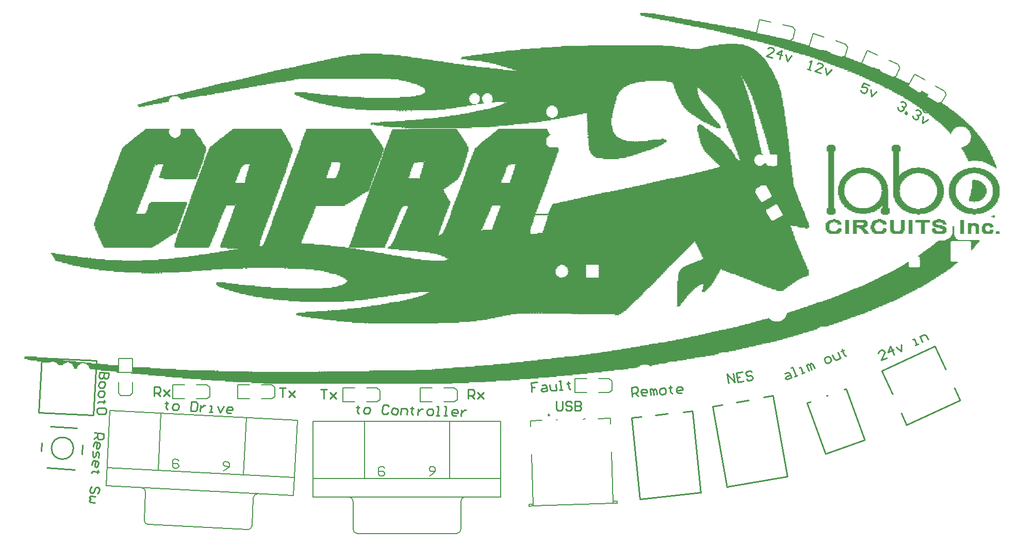
<source format=gto>
%FSLAX25Y25*%
%MOIN*%
G70*
G01*
G75*
G04 Layer_Color=65535*
%ADD10P,0.08352X4X381.0*%
%ADD11R,0.05906X0.05906*%
%ADD12P,0.08352X4X393.0*%
%ADD13P,0.08352X4X375.0*%
%ADD14P,0.08352X4X387.0*%
%ADD15P,0.08352X4X165.0*%
%ADD16R,0.05906X0.05906*%
%ADD17C,0.01000*%
%ADD18C,0.01969*%
%ADD19C,0.07874*%
%ADD20C,0.14961*%
%ADD21C,0.11811*%
%ADD22C,0.07575*%
%ADD23C,0.09843*%
%ADD24P,0.08908X4X47.0*%
%ADD25C,0.06299*%
%ADD26C,0.18740*%
%ADD27P,0.09410X4X312.0*%
%ADD28C,0.06654*%
%ADD29C,0.05906*%
%ADD30C,0.11024*%
%ADD31R,0.11024X0.11024*%
%ADD32C,0.25000*%
%ADD33C,0.05512*%
%ADD34P,0.05966X8X112.5*%
%ADD35R,0.06654X0.06654*%
%ADD36R,0.11024X0.11024*%
%ADD37R,0.04921X0.04921*%
%ADD38C,0.04921*%
G04:AMPARAMS|DCode=39|XSize=60mil|YSize=59.96mil|CornerRadius=0mil|HoleSize=0mil|Usage=FLASHONLY|Rotation=357.000|XOffset=0mil|YOffset=0mil|HoleType=Round|Shape=Round|*
%AMOVALD39*
21,1,0.00004,0.05996,0.00000,0.00000,357.0*
1,1,0.05996,-0.00002,0.00000*
1,1,0.05996,0.00002,-0.00000*
%
%ADD39OVALD39*%

%ADD40C,0.04724*%
%ADD41R,0.04921X0.04921*%
%ADD42C,0.05000*%
%ADD43O,0.01181X0.09843*%
%ADD44O,0.09843X0.01181*%
%ADD45R,0.03150X0.03543*%
%ADD46R,0.03543X0.03150*%
%ADD47R,0.07480X0.05906*%
%ADD48R,0.12992X0.05512*%
%ADD49O,0.09055X0.02362*%
%ADD50R,0.03937X0.15551*%
%ADD51R,0.05906X0.07480*%
%ADD52R,0.05906X0.09449*%
%ADD53R,0.27362X0.35827*%
%ADD54R,0.28740X0.34252*%
%ADD55R,0.02362X0.04331*%
%ADD56O,0.06102X0.01181*%
%ADD57O,0.01181X0.06102*%
%ADD58C,0.00984*%
%ADD59C,0.00787*%
%ADD60C,0.00500*%
%ADD61C,0.00591*%
G36*
X1329632Y896696D02*
Y896684D01*
Y896672D01*
Y896636D01*
Y896587D01*
X1329620Y896454D01*
X1329596Y896296D01*
X1329560Y896127D01*
X1329511Y895933D01*
X1329451Y895751D01*
X1329354Y895581D01*
X1329342Y895569D01*
X1329305Y895521D01*
X1329233Y895448D01*
X1329148Y895375D01*
X1329026Y895290D01*
X1328893Y895230D01*
X1328724Y895181D01*
X1328529Y895157D01*
Y895666D01*
X1328554D01*
X1328614Y895678D01*
X1328699Y895727D01*
X1328808Y895799D01*
X1328857Y895848D01*
X1328905Y895921D01*
X1328954Y896006D01*
X1328990Y896102D01*
X1329026Y896224D01*
X1329051Y896357D01*
X1329075Y896515D01*
Y896696D01*
X1328529D01*
Y897787D01*
X1329632D01*
Y896696D01*
D02*
G37*
G36*
X1292148Y920318D02*
X1291142D01*
Y920997D01*
X1291130Y920985D01*
X1291106Y920961D01*
X1291069Y920924D01*
X1291021Y920876D01*
X1290960Y920803D01*
X1290875Y920743D01*
X1290791Y920670D01*
X1290681Y920597D01*
X1290451Y920440D01*
X1290172Y920318D01*
X1290015Y920258D01*
X1289857Y920221D01*
X1289688Y920197D01*
X1289518Y920185D01*
X1289409D01*
X1289336Y920197D01*
X1289239Y920209D01*
X1289130Y920221D01*
X1288888Y920282D01*
X1288609Y920379D01*
X1288463Y920440D01*
X1288318Y920512D01*
X1288173Y920609D01*
X1288039Y920718D01*
X1287906Y920840D01*
X1287785Y920973D01*
X1287773Y920985D01*
X1287761Y921009D01*
X1287724Y921058D01*
X1287688Y921118D01*
X1287639Y921191D01*
X1287591Y921288D01*
X1287542Y921409D01*
X1287482Y921530D01*
X1287421Y921676D01*
X1287373Y921846D01*
X1287324Y922015D01*
X1287276Y922209D01*
X1287239Y922415D01*
X1287203Y922633D01*
X1287191Y922863D01*
X1287179Y923106D01*
Y923118D01*
Y923166D01*
Y923239D01*
X1287191Y923336D01*
X1287203Y923457D01*
X1287215Y923591D01*
X1287239Y923736D01*
X1287264Y923906D01*
X1287348Y924257D01*
X1287470Y924621D01*
X1287542Y924803D01*
X1287639Y924984D01*
X1287736Y925154D01*
X1287858Y925312D01*
X1287870Y925324D01*
X1287894Y925348D01*
X1287930Y925385D01*
X1287979Y925445D01*
X1288052Y925506D01*
X1288136Y925566D01*
X1288221Y925639D01*
X1288330Y925724D01*
X1288585Y925869D01*
X1288876Y926003D01*
X1289033Y926051D01*
X1289215Y926087D01*
X1289385Y926112D01*
X1289579Y926124D01*
X1289663D01*
X1289736Y926112D01*
X1289809D01*
X1289906Y926100D01*
X1290124Y926051D01*
X1290366Y925990D01*
X1290633Y925881D01*
X1290888Y925748D01*
X1291021Y925651D01*
X1291142Y925554D01*
Y928160D01*
X1292148D01*
Y920318D01*
D02*
G37*
%LPC*%
G36*
X1289651Y925336D02*
X1289591D01*
X1289542Y925324D01*
X1289421Y925312D01*
X1289276Y925263D01*
X1289106Y925203D01*
X1288936Y925106D01*
X1288766Y924960D01*
X1288682Y924876D01*
X1288609Y924778D01*
Y924766D01*
X1288597Y924754D01*
X1288573Y924718D01*
X1288548Y924669D01*
X1288524Y924621D01*
X1288488Y924548D01*
X1288451Y924463D01*
X1288415Y924366D01*
X1288379Y924245D01*
X1288342Y924124D01*
X1288306Y923991D01*
X1288282Y923833D01*
X1288258Y923676D01*
X1288233Y923494D01*
X1288221Y923312D01*
Y923106D01*
Y923094D01*
Y923057D01*
Y923009D01*
X1288233Y922936D01*
Y922851D01*
X1288245Y922742D01*
X1288270Y922512D01*
X1288306Y922258D01*
X1288379Y921991D01*
X1288463Y921749D01*
X1288585Y921518D01*
X1288597Y921494D01*
X1288657Y921433D01*
X1288742Y921348D01*
X1288851Y921252D01*
X1288997Y921142D01*
X1289179Y921058D01*
X1289373Y920997D01*
X1289482Y920985D01*
X1289603Y920973D01*
X1289639D01*
X1289688Y920985D01*
X1289748D01*
X1289821Y920997D01*
X1289906Y921021D01*
X1290112Y921094D01*
X1290233Y921142D01*
X1290354Y921215D01*
X1290475Y921288D01*
X1290609Y921385D01*
X1290742Y921494D01*
X1290875Y921627D01*
X1291009Y921773D01*
X1291142Y921942D01*
Y924645D01*
X1291130Y924657D01*
X1291118Y924669D01*
X1291082Y924706D01*
X1291033Y924754D01*
X1290960Y924803D01*
X1290888Y924863D01*
X1290706Y924997D01*
X1290488Y925118D01*
X1290233Y925227D01*
X1290100Y925275D01*
X1289954Y925312D01*
X1289809Y925324D01*
X1289651Y925336D01*
D02*
G37*
%LPD*%
D17*
X738345Y703468D02*
G03*
X738345Y703468I-7097J0D01*
G01*
X1236616Y741515D02*
X1238025Y742029D01*
X1225339Y737411D02*
X1225809Y737582D01*
X1212654Y732794D02*
X1215003Y733649D01*
X1224657Y699791D02*
X1250036Y709028D01*
X1238025Y742029D02*
X1250036Y709028D01*
X1212646Y732791D02*
X1224657Y699791D01*
X1277020Y718553D02*
X1311452Y734610D01*
X1260756Y753432D02*
X1260803Y753563D01*
X1295146Y769577D01*
X1273434Y726243D02*
X1277020Y718553D01*
X1260756Y753432D02*
X1267729Y738478D01*
X1295146Y769577D02*
X1302123Y754616D01*
X1307743Y742563D02*
X1311452Y734610D01*
X717386Y701556D02*
X717770Y707043D01*
X743821Y699708D02*
X744240Y705693D01*
X723525Y717667D02*
X740484Y716481D01*
X721143Y690768D02*
X739099Y689512D01*
X1132454Y726830D02*
X1138422Y727457D01*
X1114553Y724948D02*
X1122509Y725784D01*
X1099138Y723328D02*
X1105602Y724008D01*
X1104807Y670632D02*
X1143962Y674747D01*
X1138422Y727457D02*
X1143981Y674559D01*
X1099138Y723328D02*
X1104698Y670431D01*
X1184621Y736404D02*
X1190530Y737446D01*
X1166894Y733278D02*
X1174773Y734667D01*
X1151630Y730587D02*
X1158031Y731715D01*
X1160961Y678414D02*
X1199733Y685251D01*
X1190530Y737446D02*
X1199766Y685065D01*
X1151630Y730587D02*
X1160866Y678206D01*
X717794Y762000D02*
X753178Y760145D01*
X751324Y724761D02*
X753178Y760145D01*
X715939Y726615D02*
X717794Y762000D01*
X715939Y726615D02*
X751324Y724761D01*
X1050500Y733998D02*
Y729000D01*
X1051500Y728000D01*
X1053499D01*
X1054499Y729000D01*
Y733998D01*
X1060497Y732998D02*
X1059497Y733998D01*
X1057498D01*
X1056498Y732998D01*
Y731999D01*
X1057498Y730999D01*
X1059497D01*
X1060497Y729999D01*
Y729000D01*
X1059497Y728000D01*
X1057498D01*
X1056498Y729000D01*
X1062496Y733998D02*
Y728000D01*
X1065495D01*
X1066495Y729000D01*
Y729999D01*
X1065495Y730999D01*
X1062496D01*
X1065495D01*
X1066495Y731999D01*
Y732998D01*
X1065495Y733998D01*
X1062496D01*
X1252838Y938338D02*
X1249163Y939913D01*
X1247981Y937156D01*
X1250213Y937288D01*
X1251132Y936894D01*
X1251657Y935581D01*
X1250869Y933744D01*
X1249557Y933219D01*
X1247719Y934006D01*
X1247194Y935319D01*
X1253888Y935713D02*
X1254151Y931250D01*
X1257564Y934138D01*
X798569Y733437D02*
X798515Y732439D01*
X797516Y732493D01*
X799513Y732385D01*
X798515Y732439D01*
X798352Y729444D01*
X799296Y728392D01*
X803289Y728176D02*
X805286Y728067D01*
X806338Y729012D01*
X806446Y731008D01*
X805502Y732060D01*
X803506Y732168D01*
X802453Y731224D01*
X802345Y729228D01*
X803289Y728176D01*
X814594Y733570D02*
X814270Y727581D01*
X817264Y727419D01*
X818317Y728363D01*
X818533Y732356D01*
X817589Y733408D01*
X814594Y733570D01*
X820475Y731249D02*
X820259Y727256D01*
X820367Y729253D01*
X821419Y730197D01*
X822472Y731141D01*
X823470Y731087D01*
X826248Y726932D02*
X828245Y726824D01*
X827246Y726878D01*
X827463Y730871D01*
X826464Y730925D01*
X831456Y730654D02*
X833236Y726553D01*
X835448Y730438D01*
X840223Y726175D02*
X838227Y726283D01*
X837283Y727335D01*
X837391Y729332D01*
X838443Y730276D01*
X840440Y730168D01*
X841384Y729116D01*
X841329Y728117D01*
X837337Y728334D01*
X761187Y752329D02*
X755200Y752700D01*
X755014Y749707D01*
X755950Y748647D01*
X756948Y748585D01*
X758008Y749521D01*
X758193Y752514D01*
X758008Y749521D01*
X758944Y748461D01*
X759941Y748400D01*
X761001Y749335D01*
X761187Y752329D01*
X754767Y745716D02*
X754643Y743720D01*
X755579Y742661D01*
X757575Y742537D01*
X758634Y743473D01*
X758758Y745468D01*
X757822Y746528D01*
X755827Y746652D01*
X754767Y745716D01*
X754396Y739729D02*
X754272Y737734D01*
X755208Y736674D01*
X757203Y736550D01*
X758263Y737486D01*
X758387Y739482D01*
X757451Y740541D01*
X755455Y740665D01*
X754396Y739729D01*
X759013Y733433D02*
X758015Y733495D01*
X758077Y734493D01*
X757954Y732497D01*
X758015Y733495D01*
X755022Y733681D01*
X753963Y732745D01*
X758766Y729442D02*
X759701Y728382D01*
X759578Y726387D01*
X758518Y725451D01*
X754527Y725699D01*
X753591Y726758D01*
X753715Y728754D01*
X754775Y729690D01*
X758766Y729442D01*
X1190086Y956357D02*
X1186200Y957300D01*
X1191029Y960242D01*
X1191265Y961214D01*
X1190529Y962421D01*
X1188587Y962893D01*
X1187379Y962157D01*
X1194943Y955177D02*
X1196358Y961006D01*
X1192736Y958799D01*
X1196622Y957856D01*
X1198801Y958356D02*
X1199800Y953998D01*
X1202687Y957412D01*
X1212900Y948800D02*
X1214819Y948240D01*
X1213860Y948520D01*
X1215540Y954278D01*
X1214301Y953598D01*
X1221537Y946279D02*
X1217698Y947399D01*
X1222657Y950117D01*
X1222937Y951077D01*
X1222258Y952317D01*
X1220339Y952877D01*
X1219099Y952197D01*
X1224576Y949557D02*
X1225375Y945158D01*
X1228415Y948437D01*
X1273190Y927534D02*
X1274555Y927903D01*
X1276288Y926907D01*
X1276657Y925542D01*
X1276159Y924675D01*
X1274794Y924307D01*
X1273927Y924805D01*
X1274794Y924307D01*
X1275163Y922942D01*
X1274665Y922075D01*
X1273300Y921706D01*
X1271567Y922702D01*
X1271198Y924067D01*
X1275901Y920212D02*
X1276399Y921079D01*
X1277266Y920581D01*
X1276768Y919714D01*
X1275901Y920212D01*
X1282725Y922056D02*
X1284090Y922425D01*
X1285823Y921430D01*
X1286192Y920065D01*
X1285694Y919198D01*
X1284329Y918829D01*
X1283463Y919327D01*
X1284329Y918829D01*
X1284698Y917464D01*
X1284200Y916597D01*
X1282835Y916228D01*
X1281102Y917224D01*
X1280733Y918589D01*
X1287428Y918202D02*
X1287170Y913739D01*
X1290895Y916210D01*
X1264354Y762019D02*
X1260696Y760405D01*
X1262740Y765678D01*
X1262337Y766593D01*
X1261018Y767104D01*
X1259189Y766297D01*
X1258678Y764979D01*
X1268927Y764037D02*
X1266506Y769525D01*
X1264973Y765570D01*
X1268631Y767184D01*
X1270057Y768906D02*
X1273500Y766054D01*
X1273715Y770520D01*
X1282646Y770090D02*
X1284476Y770897D01*
X1283561Y770493D01*
X1281947Y774152D01*
X1281032Y773748D01*
X1287220Y772107D02*
X1285606Y775766D01*
X1288350Y776976D01*
X1289668Y776465D01*
X1290878Y773721D01*
X1099500Y737000D02*
X1099084Y742984D01*
X1102076Y743192D01*
X1103143Y742264D01*
X1103281Y740269D01*
X1102353Y739202D01*
X1099361Y738995D01*
X1101356Y739133D02*
X1103489Y737277D01*
X1108475Y737624D02*
X1106481Y737485D01*
X1105414Y738413D01*
X1105276Y740408D01*
X1106204Y741474D01*
X1108198Y741613D01*
X1109265Y740685D01*
X1109334Y739688D01*
X1105345Y739410D01*
X1111467Y737832D02*
X1111190Y741821D01*
X1112187Y741890D01*
X1113254Y740962D01*
X1113462Y737970D01*
X1113254Y740962D01*
X1114182Y742029D01*
X1115248Y741101D01*
X1115456Y738109D01*
X1118448Y738317D02*
X1120443Y738456D01*
X1121371Y739522D01*
X1121232Y741517D01*
X1120165Y742445D01*
X1118171Y742306D01*
X1117243Y741240D01*
X1117382Y739245D01*
X1118448Y738317D01*
X1124085Y743719D02*
X1124154Y742722D01*
X1123157Y742653D01*
X1125152Y742791D01*
X1124154Y742722D01*
X1124362Y739730D01*
X1125429Y738802D01*
X1131413Y739218D02*
X1129418Y739080D01*
X1128351Y740007D01*
X1128213Y742002D01*
X1129141Y743069D01*
X1131135Y743207D01*
X1132202Y742279D01*
X1132271Y741282D01*
X1128282Y741005D01*
X1161800Y745500D02*
X1160941Y751436D01*
X1165757Y746073D01*
X1164899Y752009D01*
X1170835Y752868D02*
X1166877Y752295D01*
X1167736Y746359D01*
X1171694Y746932D01*
X1167307Y749327D02*
X1169285Y749613D01*
X1176914Y752737D02*
X1175782Y753583D01*
X1173803Y753297D01*
X1172957Y752165D01*
X1173100Y751175D01*
X1174232Y750329D01*
X1176211Y750615D01*
X1177344Y749769D01*
X1177487Y748780D01*
X1176641Y747647D01*
X1174662Y747361D01*
X1173529Y748207D01*
X752000Y713500D02*
X757979Y713018D01*
X757738Y710029D01*
X756661Y709112D01*
X754668Y709273D01*
X753752Y710350D01*
X753993Y713339D01*
X753832Y711346D02*
X751679Y709514D01*
X751277Y704532D02*
X751437Y706525D01*
X752514Y707441D01*
X754507Y707280D01*
X755423Y706203D01*
X755263Y704211D01*
X754186Y703295D01*
X753189Y703375D01*
X753511Y707361D01*
X751036Y701543D02*
X750795Y698553D01*
X751711Y697477D01*
X752787Y698393D01*
X752948Y700386D01*
X754025Y701302D01*
X754941Y700225D01*
X754700Y697235D01*
X750312Y692575D02*
X750473Y694568D01*
X751550Y695484D01*
X753543Y695323D01*
X754459Y694246D01*
X754298Y692253D01*
X753221Y691337D01*
X752225Y691418D01*
X752546Y695403D01*
X754973Y688187D02*
X753977Y688268D01*
X754057Y689264D01*
X753896Y687271D01*
X753977Y688268D01*
X750987Y688509D01*
X749910Y687593D01*
X753848Y674237D02*
X754925Y675153D01*
X755086Y677146D01*
X754169Y678223D01*
X753173Y678303D01*
X752096Y677387D01*
X751935Y675394D01*
X750859Y674478D01*
X749862Y674558D01*
X748946Y675635D01*
X749107Y677628D01*
X750184Y678544D01*
X752691Y672325D02*
X749701Y672566D01*
X748625Y671650D01*
X749541Y670573D01*
X748464Y669657D01*
X749380Y668580D01*
X752369Y668339D01*
X922124Y730972D02*
X922099Y729973D01*
X921099Y729997D01*
X923098Y729948D01*
X922099Y729973D01*
X922024Y726974D01*
X922999Y725950D01*
X926996Y725851D02*
X928995Y725801D01*
X930019Y726776D01*
X930069Y728775D01*
X929094Y729799D01*
X927096Y729848D01*
X926071Y728874D01*
X926022Y726875D01*
X926996Y725851D01*
X942111Y730475D02*
X941136Y731500D01*
X939138Y731549D01*
X938113Y730575D01*
X938014Y726577D01*
X938989Y725553D01*
X940987Y725503D01*
X942012Y726478D01*
X944985Y725404D02*
X946984Y725354D01*
X948008Y726329D01*
X948057Y728328D01*
X947083Y729352D01*
X945084Y729402D01*
X944060Y728427D01*
X944010Y726428D01*
X944985Y725404D01*
X949982Y725280D02*
X950081Y729277D01*
X953079Y729203D01*
X954054Y728179D01*
X953979Y725181D01*
X957101Y730103D02*
X957077Y729104D01*
X956077Y729128D01*
X958076Y729079D01*
X957077Y729104D01*
X957002Y726105D01*
X957977Y725081D01*
X961074Y729004D02*
X960975Y725007D01*
X961024Y727006D01*
X962049Y727980D01*
X963073Y728955D01*
X964072Y728930D01*
X967970Y724833D02*
X969969Y724783D01*
X970993Y725758D01*
X971043Y727757D01*
X970068Y728781D01*
X968070Y728830D01*
X967045Y727856D01*
X966996Y725857D01*
X967970Y724833D01*
X972967Y724709D02*
X974966Y724659D01*
X973967Y724684D01*
X974115Y730680D01*
X973116Y730705D01*
X977964Y724585D02*
X979963Y724535D01*
X978963Y724560D01*
X979112Y730556D01*
X978113Y730581D01*
X985959Y724386D02*
X983960Y724436D01*
X982986Y725460D01*
X983035Y727459D01*
X984060Y728433D01*
X986058Y728384D01*
X987033Y727359D01*
X987008Y726360D01*
X983010Y726459D01*
X989056Y728309D02*
X988957Y724312D01*
X989007Y726310D01*
X990031Y727285D01*
X991055Y728259D01*
X992054Y728235D01*
X1198343Y751784D02*
X1200200Y752527D01*
X1201499Y751970D01*
X1202613Y749185D01*
X1199828Y748071D01*
X1198529Y748628D01*
X1199086Y749928D01*
X1201870Y751041D01*
X1204469Y749928D02*
X1206325Y750670D01*
X1205397Y750299D01*
X1203170Y755868D01*
X1202242Y755497D01*
X1209110Y751784D02*
X1210966Y752526D01*
X1210038Y752155D01*
X1208553Y755868D01*
X1207625Y755497D01*
X1213751Y753640D02*
X1212266Y757353D01*
X1213194Y757724D01*
X1214493Y757167D01*
X1215607Y754383D01*
X1214493Y757167D01*
X1215050Y758467D01*
X1216350Y757910D01*
X1217464Y755125D01*
X1225817Y758467D02*
X1227674Y759209D01*
X1228230Y760509D01*
X1227488Y762365D01*
X1226188Y762922D01*
X1224332Y762179D01*
X1223775Y760880D01*
X1224518Y759024D01*
X1225817Y758467D01*
X1228973Y764036D02*
X1230087Y761251D01*
X1231386Y760694D01*
X1234171Y761808D01*
X1232686Y765521D01*
X1235099Y767563D02*
X1235470Y766635D01*
X1234542Y766263D01*
X1236399Y767006D01*
X1235470Y766635D01*
X1236584Y763850D01*
X1237883Y763293D01*
X1038206Y746142D02*
X1034216Y745886D01*
X1034408Y742893D01*
X1036403Y743021D01*
X1034408Y742893D01*
X1034600Y739900D01*
X1041327Y744339D02*
X1043322Y744467D01*
X1044384Y743533D01*
X1044576Y740540D01*
X1041583Y740348D01*
X1040522Y741282D01*
X1041455Y742344D01*
X1044448Y742536D01*
X1046315Y744659D02*
X1046507Y741666D01*
X1047569Y740732D01*
X1050562Y740925D01*
X1050306Y744915D01*
X1052557Y741053D02*
X1054552Y741181D01*
X1053555Y741117D01*
X1053171Y747102D01*
X1052173Y747038D01*
X1058223Y746425D02*
X1058287Y745427D01*
X1057289Y745363D01*
X1059284Y745491D01*
X1058287Y745427D01*
X1058479Y742435D01*
X1059541Y741501D01*
X790400Y737300D02*
Y743298D01*
X793399D01*
X794399Y742298D01*
Y740299D01*
X793399Y739299D01*
X790400D01*
X792399D02*
X794399Y737300D01*
X796398Y741299D02*
X800397Y737300D01*
X798397Y739299D01*
X800397Y741299D01*
X796398Y737300D01*
X871400Y742498D02*
X875399D01*
X873399D01*
Y736500D01*
X877398Y740499D02*
X881397Y736500D01*
X879397Y738499D01*
X881397Y740499D01*
X877398Y736500D01*
X993400Y735700D02*
Y741698D01*
X996399D01*
X997399Y740698D01*
Y738699D01*
X996399Y737699D01*
X993400D01*
X995399D02*
X997399Y735700D01*
X999398Y739699D02*
X1003397Y735700D01*
X1001397Y737699D01*
X1003397Y739699D01*
X999398Y735700D01*
X898300Y741698D02*
X902299D01*
X900299D01*
Y735700D01*
X904298Y739699D02*
X908297Y735700D01*
X906297Y737699D01*
X908297Y739699D01*
X904298Y735700D01*
D58*
X1046182Y724909D02*
G03*
X1046182Y724909I-492J0D01*
G01*
D59*
X784073Y656968D02*
G03*
X786662Y654093I2733J-143D01*
G01*
X785002Y675074D02*
G03*
X782413Y677950I-2733J143D01*
G01*
X850865Y650728D02*
G03*
X853741Y653317I143J2733D01*
G01*
X857585Y674011D02*
G03*
X854710Y671421I-143J-2733D01*
G01*
X991638Y671980D02*
G03*
X988902Y669244I0J-2736D01*
G01*
X986146Y648378D02*
G03*
X988882Y651114I0J2736D01*
G01*
X919098Y669244D02*
G03*
X916362Y671980I-2736J0D01*
G01*
X919118Y651114D02*
G03*
X921854Y648378I2736J0D01*
G01*
X1247728Y952508D02*
X1254562Y949465D01*
X1251411Y960780D02*
X1258245Y957738D01*
X1247728Y952508D02*
X1251411Y960780D01*
X1270308Y944178D02*
X1272710Y949573D01*
X1261755Y946262D02*
X1267869Y943540D01*
X1271552Y951813D02*
X1272710Y949573D01*
X1267869Y943540D02*
X1270308Y944178D01*
X1265438Y954535D02*
X1271552Y951813D01*
X1032930Y667263D02*
X1035625Y667357D01*
X1032930Y667263D02*
X1032974Y666004D01*
X1035669Y666098D01*
X1033746Y721183D02*
X1041084Y721439D01*
X1050527Y721769D02*
X1051353Y721797D01*
X1067800Y722372D02*
X1069059Y722416D01*
X1077636Y722715D02*
X1085407Y722987D01*
X1086166Y701268D02*
X1087331Y667902D01*
X1085407Y722987D02*
X1085534Y719367D01*
X1034504Y699463D02*
X1035669Y666098D01*
X1033746Y721183D02*
X1033872Y717563D01*
X1035669Y666098D02*
X1087331Y667902D01*
X1087287Y669161D02*
X1089982Y669255D01*
X1090026Y667996D01*
X1087331Y667902D02*
X1090026Y667996D01*
X912583Y733472D02*
X920063D01*
X912583Y742528D02*
X920063D01*
X912583Y733472D02*
Y742528D01*
X936598Y735047D02*
Y740953D01*
X927937Y733472D02*
X934630D01*
Y742528D02*
X936598Y740953D01*
X934630Y733472D02*
X936598Y735047D01*
X927937Y742528D02*
X934630D01*
X802583Y735472D02*
X810063D01*
X802583Y744528D02*
X810063D01*
X802583Y735472D02*
Y744528D01*
X826598Y737047D02*
Y742953D01*
X817937Y735472D02*
X824630D01*
Y744528D02*
X826598Y742953D01*
X824630Y735472D02*
X826598Y737047D01*
X817937Y744528D02*
X824630D01*
X784054Y656989D02*
X785002Y675074D01*
X853762Y653336D02*
X854710Y671421D01*
X848139Y686353D02*
X850076Y723310D01*
X759453Y679173D02*
X880547Y672827D01*
X793097Y689237D02*
X795034Y726194D01*
X762008Y727925D02*
X883102Y721579D01*
X786662Y654093D02*
X850865Y650728D01*
X880547Y672827D02*
X883102Y721579D01*
X759453Y679173D02*
X762008Y727925D01*
X760071Y690968D02*
X881165Y684622D01*
X962583Y733472D02*
X970063D01*
X962583Y742528D02*
X970063D01*
X962583Y733472D02*
Y742528D01*
X986598Y735047D02*
Y740953D01*
X977937Y733472D02*
X984630D01*
Y742528D02*
X986598Y740953D01*
X984630Y733472D02*
X986598Y735047D01*
X977937Y742528D02*
X984630D01*
X844583Y735472D02*
X852063D01*
X844583Y744528D02*
X852063D01*
X844583Y735472D02*
Y744528D01*
X868598Y737047D02*
Y742953D01*
X859937Y735472D02*
X866630D01*
Y744528D02*
X868598Y742953D01*
X866630Y735472D02*
X868598Y737047D01*
X859937Y744528D02*
X866630D01*
X893370Y683811D02*
X1014630D01*
X893370Y672000D02*
Y720819D01*
X1014630Y672000D02*
Y720819D01*
X921854Y648378D02*
X986146D01*
X893370Y720819D02*
X1014630D01*
X926441Y683811D02*
Y720819D01*
X893370Y672000D02*
X1014630D01*
X981559Y683811D02*
Y720819D01*
X988902Y651134D02*
Y669244D01*
X919098Y651134D02*
Y669244D01*
X1179891Y971945D02*
X1187208Y970390D01*
X1181774Y980802D02*
X1189090Y979247D01*
X1179891Y971945D02*
X1181774Y980802D01*
X1203709Y968492D02*
X1204937Y974269D01*
X1194910Y968753D02*
X1201456Y967361D01*
X1203339Y976219D02*
X1204937Y974269D01*
X1201456Y967361D02*
X1203709Y968492D01*
X1196792Y977610D02*
X1203339Y976219D01*
X1277849Y937788D02*
X1284327Y934048D01*
X1282376Y945630D02*
X1288854Y941889D01*
X1277849Y937788D02*
X1282376Y945630D01*
X1299434Y927144D02*
X1302387Y932258D01*
X1291146Y930111D02*
X1296942Y926764D01*
X1301470Y934606D02*
X1302387Y932258D01*
X1296942Y926764D02*
X1299434Y927144D01*
X1295673Y937952D02*
X1301470Y934606D01*
X1213742Y963222D02*
X1220857Y960911D01*
X1216541Y971834D02*
X1223655Y969523D01*
X1213742Y963222D02*
X1216541Y971834D01*
X1237069Y957299D02*
X1238894Y962915D01*
X1228345Y958477D02*
X1234711Y956409D01*
X1237509Y965021D02*
X1238894Y962915D01*
X1234711Y956409D02*
X1237069Y957299D01*
X1231143Y967089D02*
X1237509Y965021D01*
X1193889Y860854D02*
X1197630Y854376D01*
X1186048Y856327D02*
X1189788Y849849D01*
X1197630Y854376D01*
X1179144Y871434D02*
X1184258Y874387D01*
X1186606Y873470D02*
X1189952Y867673D01*
X1178764Y868942D02*
X1179144Y871434D01*
X1184258Y874387D02*
X1186606Y873470D01*
X1178764Y868942D02*
X1182111Y863146D01*
X767472Y753937D02*
Y761417D01*
X776528Y753937D02*
Y761417D01*
X767472D02*
X776528D01*
X769047Y737402D02*
X774953D01*
X767472Y739370D02*
Y746063D01*
X774953Y737402D02*
X776528Y739370D01*
X767472D02*
X769047Y737402D01*
X776528Y739370D02*
Y746063D01*
X1062583Y739472D02*
X1070063D01*
X1062583Y748528D02*
X1070063D01*
X1062583Y739472D02*
Y748528D01*
X1086598Y741047D02*
Y746953D01*
X1077937Y739472D02*
X1084630D01*
Y748528D02*
X1086598Y746953D01*
X1084630Y739472D02*
X1086598Y741047D01*
X1077937Y748528D02*
X1084630D01*
D60*
X1272030Y820320D02*
X1305530D01*
X1272430Y820500D02*
X1278941D01*
X1273280Y820990D02*
X1278230D01*
X1274060Y821500D02*
X1278260D01*
X1274060D02*
X1278260D01*
X1274920Y822000D02*
X1278260D01*
X1275790Y822510D02*
X1278260D01*
X1276360Y823000D02*
X1278260D01*
X1277360Y823500D02*
X1278280D01*
X1278180Y824000D02*
X1278256D01*
X1181950Y785800D02*
X1189890D01*
X1185500Y786010D02*
X1188507D01*
X1185450Y786760D02*
X1188457D01*
X1187440Y787520D02*
X1187930Y787510D01*
X1185460Y787010D02*
X1188467D01*
X1183540Y786480D02*
X1189145D01*
X1186460Y785170D02*
X1197520D01*
X1180040Y785490D02*
X1191100D01*
X1181930Y786010D02*
X1189870D01*
X799790Y931320D02*
X801800D01*
X806210D02*
X818580D01*
X806550Y930990D02*
X817030D01*
X807040Y930490D02*
X814420D01*
X807520Y929990D02*
X811670D01*
X807899Y929520D02*
X809610D01*
X806950Y905280D02*
X818980Y905253D01*
X805110Y904513D02*
X819940Y904479D01*
X806210Y905010D02*
X819380Y904980D01*
X806850Y905520D02*
X818900D01*
X807248Y906000D02*
X818280D01*
X807555Y906500D02*
X818070D01*
X807810Y906980D02*
X817920D01*
X807940Y907450D02*
X817480D01*
X808045Y907820D02*
X817190D01*
X808025Y908040D02*
X817170D01*
X808050Y908540D02*
X817010D01*
X808050D02*
X817010D01*
X807970Y909000D02*
X816630D01*
X807901Y909520D02*
X816410D01*
X807720Y910000D02*
X816000D01*
X1049310Y925030D02*
X1087830Y925019D01*
X1052150Y919230D02*
X1063390D01*
X1051840Y921260D02*
X1086940Y921280D01*
X1050782Y924119D02*
X1087560Y924139D01*
X1050210Y924510D02*
X1087740Y924499D01*
X1051800Y921760D02*
X1086830Y921780D01*
X1051780Y922300D02*
X1086810Y922320D01*
X1051569Y923279D02*
X1087220Y923300D01*
X1050813Y923969D02*
X1087590Y923989D01*
X1051130Y923559D02*
X1087320Y923580D01*
X1051130Y923559D02*
X1087320Y923580D01*
X1051459Y923009D02*
X1087110Y923030D01*
X1051650Y922550D02*
X1087150Y922569D01*
X1051780Y922030D02*
X1086810Y922050D01*
X1051840Y921520D02*
X1086870Y921539D01*
X1051800Y920990D02*
X1086900Y921010D01*
X1051740Y920490D02*
X1069850Y920500D01*
X1051589Y919980D02*
X1067400D01*
X1051410Y919510D02*
X1065050D01*
X1049081Y917500D02*
X1054920D01*
X1050117Y918010D02*
X1057420D01*
X1050746Y918490D02*
X1059720D01*
X1051080Y919000D02*
X1062320D01*
X1318830Y834520D02*
X1321170D01*
X1319100Y836240D02*
X1322270D01*
X1318350Y837490D02*
X1323720D01*
X1318880Y837000D02*
X1323490D01*
X1318880Y836510D02*
X1323000D01*
X1318880Y835990D02*
X1322490D01*
X1318850Y835500D02*
X1321970D01*
X1318830Y835010D02*
X1321510D01*
X1319010Y833740D02*
X1320330D01*
X1318990Y834290D02*
X1320650D01*
X1318830Y834000D02*
X1320810D01*
X1318820Y833490D02*
X1320470D01*
X1318820Y833000D02*
X1320060D01*
X1318820Y832500D02*
X1319560D01*
X1318810Y832000D02*
X1319130D01*
X1314188Y911510D02*
X1319010D01*
X1315400Y911000D02*
X1319430D01*
X1316070Y910510D02*
X1319860D01*
X1316680Y910040D02*
X1320240D01*
X1317107Y909550D02*
X1320650D01*
X1317470Y909120D02*
X1321040D01*
X1317810Y908640D02*
X1321380D01*
X1318070Y908240D02*
X1321580D01*
X1318180Y907940D02*
X1321990D01*
X1318540Y906980D02*
X1322590D01*
X1305220Y907490D02*
X1305670D01*
X1078080Y819680D02*
X1120140D01*
X1078060Y813840D02*
X1116480D01*
X1078060Y814240D02*
X1116880D01*
X1078060Y814700D02*
X1117400D01*
X1078050Y815180D02*
X1117810D01*
X1078060Y815630D02*
X1118260D01*
X1078090Y816110D02*
X1118750D01*
X1078060Y816560D02*
X1119250D01*
X1078060Y817020D02*
X1119710D01*
X1078060Y822210D02*
X1124640D01*
X1078060Y821890D02*
X1124210D01*
X1078090Y821410D02*
X1123570D01*
X1078060Y820930D02*
X1123110D01*
X1078050Y820450D02*
X1122750D01*
X1078060Y819950D02*
X1122330D01*
X1078060Y819440D02*
X1121860Y819450D01*
X1078070Y818940D02*
X1121400D01*
X1078050Y818440D02*
X1120990D01*
X1078061Y818000D02*
X1120560D01*
X1058420Y817760D02*
X1069610D01*
X1055293Y822080D02*
X1069600D01*
X1056230Y821700D02*
X1069600D01*
X1056880Y821240D02*
X1069600D01*
X1057379Y820790D02*
X1069600D01*
X1057730Y820310D02*
X1069630D01*
X1057952Y819830D02*
X1069600D01*
X1058175Y819370D02*
X1069630D01*
X1058280Y818920D02*
X1069630D01*
X1058350Y818500D02*
X1069630D01*
X1058390Y818020D02*
X1069630D01*
X1054640Y813820D02*
X1069570D01*
X1055750Y814110D02*
X1069570D01*
X1056633Y814590D02*
X1069570D01*
X1057248Y815080D02*
X1069600D01*
X1057601Y815560D02*
X1069630D01*
X1057900Y816040D02*
X1069630D01*
X1058130Y816530D02*
X1069630D01*
X1058280Y817010D02*
X1069630D01*
X903900Y817000D02*
X1049950D01*
X905900Y816500D02*
X1049970D01*
X898340Y818740D02*
X1049890D01*
X912900Y814000D02*
X1052610D01*
X1058380Y817500D02*
X1069630D01*
X1078060D02*
X1120180D01*
X1281900Y926500D02*
X1300240D01*
X1104840Y985000D02*
X1109400D01*
X1105036Y984500D02*
X1114400D01*
X1105190Y984000D02*
X1117400D01*
X1105900Y983500D02*
X1120400D01*
X1107900Y983000D02*
X1122900D01*
X1110400Y982500D02*
X1126900D01*
X1112400Y982000D02*
X1128900D01*
X1115900Y981500D02*
X1131900D01*
X1117400Y981000D02*
X1134900D01*
X1120900Y980500D02*
X1137900D01*
X1123400Y980000D02*
X1139900D01*
X1125400Y979500D02*
X1143400D01*
X1127400Y979000D02*
X1146400D01*
X1130400Y978500D02*
X1148900D01*
X1132900Y978000D02*
X1151400D01*
X1134900Y977500D02*
X1154400D01*
X1137400Y977000D02*
X1157900D01*
X1139400Y976500D02*
X1159400D01*
X1142900Y976000D02*
X1162900D01*
X1145400Y975500D02*
X1166400D01*
X1147400Y975000D02*
X1168900D01*
X1149900Y974500D02*
X1171400D01*
X1152400Y974000D02*
X1173400D01*
X1154400Y973500D02*
X1175900D01*
X1156400Y973000D02*
X1177900D01*
X1158400Y972500D02*
X1179900D01*
X1160400Y972000D02*
X1180100D01*
X1162900Y971500D02*
X1181510D01*
X1164400Y971000D02*
X1183780D01*
X1166400Y970500D02*
X1188400D01*
X1167900Y970000D02*
X1190400D01*
X1170400Y969500D02*
X1192400D01*
X1171900Y969000D02*
X1194400D01*
X1173900Y968500D02*
X1196400D01*
X1175900Y968000D02*
X1198400D01*
X1177900Y967500D02*
X1200400D01*
X1180400Y967000D02*
X1202900D01*
X1182400Y966500D02*
X1204900D01*
X1184400Y966000D02*
X1206900D01*
X1185900Y965500D02*
X1208400D01*
X1159900Y965000D02*
X1167900D01*
X1187900D02*
X1210400D01*
X1155400Y964500D02*
X1171400D01*
X1189900D02*
X1211900D01*
X1069400Y964000D02*
X1069900D01*
X1070900D02*
X1119400D01*
X1151900D02*
X1172900D01*
X1191400D02*
X1213900D01*
X1053900Y963500D02*
X1054400D01*
X1054900D02*
X1125900D01*
X1126400D02*
X1126900D01*
X1148900D02*
X1174400D01*
X1193400D02*
X1213680D01*
X1047900Y963000D02*
X1130400D01*
X1146900D02*
X1175900D01*
X1194900D02*
X1214730D01*
X1040400Y962500D02*
X1133400D01*
X1145400D02*
X1176400D01*
X1196400D02*
X1215730D01*
X1033400Y962000D02*
X1136400D01*
X1143400D02*
X1177900D01*
X1197900D02*
X1217850D01*
X1027400Y961500D02*
X1178400D01*
X1199400D02*
X1219290D01*
X1023900Y961000D02*
X1178900D01*
X1200900D02*
X1223400D01*
X1017900Y960500D02*
X1018400D01*
X1018900D02*
X1179900D01*
X1202900D02*
X1225400D01*
X1014400Y960000D02*
X1180400D01*
X1203900D02*
X1226400D01*
X1010400Y959500D02*
X1180900D01*
X1205900D02*
X1227400D01*
X1006900Y959000D02*
X1181400D01*
X1207400D02*
X1228020D01*
X923900Y958500D02*
X937900D01*
X1002900D02*
X1181900D01*
X1208900D02*
X1228410D01*
X918400Y958000D02*
X945400D01*
X998400D02*
X1182900D01*
X1211400D02*
X1229860D01*
X914900Y957500D02*
X949900D01*
X995400D02*
X1182900D01*
X1212900D02*
X1231370D01*
X911900Y957000D02*
X954400D01*
X991900D02*
X1183400D01*
X1214400D02*
X1232850D01*
X909900Y956500D02*
X956400D01*
X989400D02*
X1183900D01*
X1215900D02*
X1237900D01*
X906900Y956000D02*
X960900D01*
X989400D02*
X1184900D01*
X1217400D02*
X1239400D01*
X904900Y955500D02*
X963400D01*
X988900D02*
X1184900D01*
X1218900D02*
X1240400D01*
X902400Y955000D02*
X967400D01*
X992900D02*
X1185400D01*
X1219900D02*
X1242400D01*
X900400Y954500D02*
X970400D01*
X997400D02*
X1185900D01*
X1221400D02*
X1242900D01*
X897900Y954000D02*
X973900D01*
X1002400D02*
X1185900D01*
X1222900D02*
X1244900D01*
X895900Y953500D02*
X977400D01*
X1004900D02*
X1186400D01*
X1223900D02*
X1245400D01*
X893400Y953000D02*
X980900D01*
X1007400D02*
X1186900D01*
X1225400D02*
X1247400D01*
X891400Y952500D02*
X983900D01*
X1009900D02*
X1186900D01*
X1226900D02*
X1247900D01*
X888900Y952000D02*
X987900D01*
X1011900D02*
X1187400D01*
X1227900D02*
X1248390D01*
X886400Y951500D02*
X990900D01*
X1013400D02*
X1187400D01*
X1229400D02*
X1249930D01*
X884400Y951000D02*
X994900D01*
X1014900D02*
X1187900D01*
X1230900D02*
X1251130D01*
X882400Y950500D02*
X998400D01*
X1016900D02*
X1187900D01*
X1231900D02*
X1252190D01*
X880400Y950000D02*
X1002400D01*
X1018400D02*
X1188400D01*
X1233400D02*
X1253420D01*
X877900Y949500D02*
X1007400D01*
X1019900D02*
X1188900D01*
X1234900D02*
X1256400D01*
X874400Y949000D02*
X1012400D01*
X1021900D02*
X1189400D01*
X1236400D02*
X1257900D01*
X872400Y948500D02*
X1015900D01*
X1022900D02*
X1189400D01*
X1237400D02*
X1259400D01*
X869900Y948000D02*
X1019900D01*
X1020400D02*
X1020900D01*
X1024400D02*
X1189900D01*
X1239400D02*
X1259900D01*
X867900Y947500D02*
X1024900D01*
X1025400D02*
X1189900D01*
X1239040D02*
X1260040D01*
X865900Y947000D02*
X1190400D01*
X1241400D02*
X1261230D01*
X863900Y946500D02*
X1190400D01*
X1242400D02*
X1261150D01*
X861900Y946000D02*
X1190900D01*
X1243900D02*
X1262530D01*
X859900Y945500D02*
X1190900D01*
X1244900D02*
X1263480D01*
X857900Y945000D02*
X1191400D01*
X1246400D02*
X1264840D01*
X855900Y944500D02*
X1191400D01*
X1246900D02*
X1265800D01*
X853400Y944000D02*
X1169900D01*
X1170400D02*
X1191900D01*
X1248400D02*
X1266770D01*
X851900Y943500D02*
X1191900D01*
X1249400D02*
X1269900D01*
X849400Y943000D02*
X1170400D01*
X1170900D02*
X1191900D01*
X1250400D02*
X1270900D01*
X847900Y942500D02*
X883400D01*
X943900D02*
X1170900D01*
X1171400D02*
X1192400D01*
X1251400D02*
X1271900D01*
X845400Y942000D02*
X880900D01*
X948900D02*
X1170900D01*
X1171900D02*
X1192900D01*
X1252900D02*
X1273400D01*
X843400Y941500D02*
X878400D01*
X950900D02*
X1170900D01*
X1171900D02*
X1192900D01*
X1253400D02*
X1273900D01*
X840900Y941000D02*
X875400D01*
X953400D02*
X1107900D01*
X1121900D02*
X1171400D01*
X1172400D02*
X1193400D01*
X1254900D02*
X1275400D01*
X838900Y940500D02*
X871400D01*
X955900D02*
X1103400D01*
X1124900D02*
X1171400D01*
X1172900D02*
X1193400D01*
X1256400D02*
X1275900D01*
X835900Y940000D02*
X867900D01*
X868400D02*
X868900D01*
X956900D02*
X1101400D01*
X1125900D02*
X1171400D01*
X1172900D02*
X1193400D01*
X1256900D02*
X1277400D01*
X833400Y939500D02*
X865400D01*
X958900D02*
X1099400D01*
X1125900D02*
X1171900D01*
X1173400D02*
X1193900D01*
X1258400D02*
X1278540D01*
X831400Y939000D02*
X862900D01*
X960400D02*
X1097900D01*
X1126400D02*
X1171900D01*
X1173900D02*
X1193900D01*
X1259400D02*
X1278160D01*
X829400Y938500D02*
X859900D01*
X961400D02*
X1096900D01*
X1126400D02*
X1171900D01*
X1173900D02*
X1194400D01*
X1260400D02*
X1278060D01*
X827900Y938000D02*
X856900D01*
X962400D02*
X1095900D01*
X1126900D02*
X1172400D01*
X1173900D02*
X1194400D01*
X1261400D02*
X1277830D01*
X825900Y937500D02*
X853900D01*
X963400D02*
X1094900D01*
X1126900D02*
X1172400D01*
X1174400D02*
X1194400D01*
X1262400D02*
X1278130D01*
X823900Y937000D02*
X851400D01*
X964400D02*
X1093900D01*
X1126900D02*
X1141400D01*
X1141900D02*
X1172400D01*
X1174900D02*
X1194400D01*
X1262900D02*
X1278670D01*
X821900Y936500D02*
X848400D01*
X965400D02*
X1093400D01*
X1126900D02*
X1141400D01*
X1142900D02*
X1172900D01*
X1174900D02*
X1194900D01*
X1263900D02*
X1279420D01*
X819900Y936000D02*
X845900D01*
X965400D02*
X1092900D01*
X1127400D02*
X1141400D01*
X1143400D02*
X1172900D01*
X1174900D02*
X1194900D01*
X1265500D02*
X1280290D01*
X817900Y935500D02*
X842900D01*
X965900D02*
X1092400D01*
X1127400D02*
X1141400D01*
X1143900D02*
X1172900D01*
X1175400D02*
X1194900D01*
X1266400D02*
X1281190D01*
X815900Y935000D02*
X840400D01*
X965900D02*
X1091900D01*
X1127900D02*
X1141400D01*
X1144400D02*
X1173400D01*
X1175900D02*
X1195400D01*
X1267400D02*
X1282450D01*
X813900Y934500D02*
X837900D01*
X965900D02*
X1091400D01*
X1127900D02*
X1141900D01*
X1144400D02*
X1173400D01*
X1175900D02*
X1195400D01*
X1267900D02*
X1282960D01*
X811900Y934000D02*
X835400D01*
X965900D02*
X1090900D01*
X1127900D02*
X1141900D01*
X1145400D02*
X1173900D01*
X1175900D02*
X1195400D01*
X1268900D02*
X1284120D01*
X809900Y933500D02*
X832400D01*
X881400D02*
X889400D01*
X965400D02*
X1090900D01*
X1128400D02*
X1141900D01*
X1145900D02*
X1173900D01*
X1176400D02*
X1195900D01*
X1269900D02*
X1286160D01*
X807900Y933000D02*
X829400D01*
X881400D02*
X893900D01*
X964400D02*
X996071D01*
X1128400D02*
X1141900D01*
X1146400D02*
X1173900D01*
X1176400D02*
X1195900D01*
X1270900D02*
X1286480D01*
X805900Y932500D02*
X827400D01*
X881400D02*
X897900D01*
X963900D02*
X995330D01*
X1128900D02*
X1141900D01*
X1147400D02*
X1173900D01*
X1176400D02*
X1195900D01*
X1271400D02*
X1290900D01*
X803400Y932000D02*
X824400D01*
X882400D02*
X902900D01*
X962400D02*
X994850D01*
X1128900D02*
X1142400D01*
X1147900D02*
X1174400D01*
X1176900D02*
X1195900D01*
X1273000D02*
X1290600D01*
X800960Y931640D02*
X819960D01*
X884400Y931500D02*
X908900D01*
X959900D02*
X994520D01*
X1129400D02*
X1142400D01*
X1148400D02*
X1174400D01*
X1177400D02*
X1195900D01*
X1273900D02*
X1290400D01*
X798400Y931000D02*
X801460D01*
X884900D02*
X915900D01*
X956400D02*
X994230D01*
X1129400D02*
X1142400D01*
X1148900D02*
X1174400D01*
X1177400D02*
X1195900D01*
X1274900D02*
X1290200D01*
X796400Y930500D02*
X800950D01*
X886400D02*
X924400D01*
X925400D02*
X925900D01*
X949400D02*
X994108D01*
X1129400D02*
X1142900D01*
X1149400D02*
X1174900D01*
X1177400D02*
X1195900D01*
X1275400D02*
X1290820D01*
X794900Y930000D02*
X800490D01*
X887400D02*
X994020D01*
X1129900D02*
X1142900D01*
X1149900D02*
X1174900D01*
X1177400D02*
X1196400D01*
X1275900D02*
X1290920D01*
X792900Y929500D02*
X800090D01*
X888900D02*
X994010D01*
X1129900D02*
X1143400D01*
X1150900D02*
X1174900D01*
X1177900D02*
X1196400D01*
X1276900D02*
X1291670D01*
X791400Y929000D02*
X799990D01*
X889900D02*
X994100D01*
X1130400D02*
X1143400D01*
X1150900D02*
X1174900D01*
X1177900D02*
X1196400D01*
X1277900D02*
X1292600D01*
X789400Y928500D02*
X799984D01*
X891900D02*
X994180D01*
X1130900D02*
X1143900D01*
X1151400D02*
X1175400D01*
X1178400D02*
X1196400D01*
X1278900D02*
X1293640D01*
X787400Y928000D02*
X799970D01*
X893400D02*
X994370D01*
X1130900D02*
X1143900D01*
X1151900D02*
X1175400D01*
X1178400D02*
X1196900D01*
X1279400D02*
X1294600D01*
X785900Y927500D02*
X797900D01*
X895400D02*
X994790D01*
X1016900D02*
X1017400D01*
X1018400D02*
X1088400D01*
X1131400D02*
X1144400D01*
X1152400D02*
X1175900D01*
X1178400D02*
X1196900D01*
X1280400D02*
X1295110D01*
X783900Y927000D02*
X795400D01*
X896900D02*
X995186D01*
X1017900D02*
X1088400D01*
X1131400D02*
X1144400D01*
X1152900D02*
X1175900D01*
X1178400D02*
X1196900D01*
X1280900D02*
X1296070D01*
X782400Y926500D02*
X792400D01*
X899400D02*
X995920D01*
X1016400D02*
X1088400D01*
X1131900D02*
X1144900D01*
X1153400D02*
X1175900D01*
X1178900D02*
X1196900D01*
X780400Y926000D02*
X789400D01*
X901400D02*
X998400D01*
X1015400D02*
X1087900D01*
X1131900D02*
X1145400D01*
X1153900D02*
X1175900D01*
X1178900D02*
X1196900D01*
X1282400D02*
X1300570D01*
X779970Y925500D02*
X786900D01*
X903400D02*
X995400D01*
X1014400D02*
X1087900D01*
X1132400D02*
X1145400D01*
X1154400D02*
X1176400D01*
X1179400D02*
X1196900D01*
X1283400D02*
X1301900D01*
X780400Y925000D02*
X784400D01*
X905900D02*
X992400D01*
X1012900D02*
X1046210D01*
X1132900D02*
X1145900D01*
X1154900D02*
X1176400D01*
X1179400D02*
X1196900D01*
X1283900D02*
X1302400D01*
X780830Y924500D02*
X781400D01*
X909400D02*
X988900D01*
X1011400D02*
X1045380D01*
X1132900D02*
X1146400D01*
X1155400D02*
X1176400D01*
X1179400D02*
X1197400D01*
X1284900D02*
X1303400D01*
X911400Y924000D02*
X985900D01*
X1009900D02*
X1044800D01*
X1133400D02*
X1146400D01*
X1155400D02*
X1176400D01*
X1179400D02*
X1197400D01*
X1285400D02*
X1303900D01*
X914900Y923500D02*
X982900D01*
X1008400D02*
X1044430D01*
X1133900D02*
X1146900D01*
X1155900D02*
X1176900D01*
X1179900D02*
X1197400D01*
X1285900D02*
X1304400D01*
X920400Y923000D02*
X978900D01*
X1006400D02*
X1044160D01*
X1134400D02*
X1147400D01*
X1156400D02*
X1176900D01*
X1179900D02*
X1197400D01*
X1286900D02*
X1304900D01*
X927900Y922500D02*
X972900D01*
X1003400D02*
X1043927D01*
X1134900D02*
X1147900D01*
X1156900D02*
X1176900D01*
X1180400D02*
X1197900D01*
X1287900D02*
X1305900D01*
X947400Y922000D02*
X947900D01*
X948900D02*
X949900D01*
X950900D02*
X951400D01*
X952900D02*
X953400D01*
X956400D02*
X956900D01*
X1000900D02*
X1043840D01*
X1135400D02*
X1148400D01*
X1156900D02*
X1176900D01*
X1180400D02*
X1197900D01*
X1288400D02*
X1306400D01*
X998400Y921500D02*
X1043760D01*
X1135900D02*
X1148400D01*
X1157400D02*
X1176900D01*
X1180400D02*
X1197900D01*
X1289400D02*
X1307400D01*
X996400Y921000D02*
X1043790D01*
X1136400D02*
X1148900D01*
X1157400D02*
X1177400D01*
X1180400D02*
X1197900D01*
X1289900D02*
X1307900D01*
X994400Y920500D02*
X1043863D01*
X1070400D02*
X1086900D01*
X1137400D02*
X1149400D01*
X1157400D02*
X1177400D01*
X1180900D02*
X1197900D01*
X1290900D02*
X1308400D01*
X991400Y920000D02*
X1043983D01*
X1070400D02*
X1086400D01*
X1137900D02*
X1149900D01*
X1157900D02*
X1177400D01*
X1180900D02*
X1197900D01*
X1291400D02*
X1309400D01*
X988400Y919500D02*
X1044200D01*
X1070400D02*
X1086400D01*
X1138400D02*
X1149900D01*
X1157900D02*
X1177400D01*
X1181400D02*
X1197900D01*
X1291900D02*
X1309900D01*
X985400Y919000D02*
X1044493D01*
X1070400D02*
X1086400D01*
X1139400D02*
X1150400D01*
X1158400D02*
X1177900D01*
X1181400D02*
X1197900D01*
X1292400D02*
X1310400D01*
X981900Y918500D02*
X1044896D01*
X1070400D02*
X1086400D01*
X1140400D02*
X1150900D01*
X1158400D02*
X1177900D01*
X1181400D02*
X1197900D01*
X1293400D02*
X1310900D01*
X978400Y918000D02*
X1045514D01*
X1070400D02*
X1086400D01*
X1140900D02*
X1151400D01*
X1158400D02*
X1177900D01*
X1181900D02*
X1198400D01*
X1293400D02*
X1311900D01*
X974400Y917500D02*
X1046500D01*
X1070400D02*
X1086400D01*
X1141900D02*
X1151400D01*
X1158900D02*
X1177900D01*
X1181900D02*
X1198400D01*
X1294400D02*
X1311900D01*
X970400Y917000D02*
X1052400D01*
X1070400D02*
X1085900D01*
X1142400D02*
X1151900D01*
X1158900D02*
X1177900D01*
X1181900D02*
X1198400D01*
X1294900D02*
X1312900D01*
X964900Y916500D02*
X1049400D01*
X1070900D02*
X1085900D01*
X1143400D02*
X1152400D01*
X1159400D02*
X1178400D01*
X1182400D02*
X1198400D01*
X1295400D02*
X1313400D01*
X959400Y916000D02*
X1046900D01*
X1070400D02*
X1085900D01*
X1143900D02*
X1152900D01*
X1159400D02*
X1178400D01*
X1182400D02*
X1198400D01*
X1295900D02*
X1313900D01*
X952900Y915500D02*
X953400D01*
X953900D02*
X1043900D01*
X1070400D02*
X1085900D01*
X1144900D02*
X1153400D01*
X1159900D02*
X1178400D01*
X1182400D02*
X1198400D01*
X1296900D02*
X1314400D01*
X946400Y915000D02*
X1040900D01*
X1070900D02*
X1085900D01*
X1145400D02*
X1153900D01*
X1159900D02*
X1178400D01*
X1182900D02*
X1198400D01*
X1297400D02*
X1314900D01*
X936900Y914500D02*
X937900D01*
X938400D02*
X1037400D01*
X1070900D02*
X1085900D01*
X1146400D02*
X1154400D01*
X1159900D02*
X1178400D01*
X1182900D02*
X1198900D01*
X1297900D02*
X1315400D01*
X930900Y914000D02*
X1032400D01*
X1070900D02*
X1085900D01*
X1147900D02*
X1154400D01*
X1160400D02*
X1178400D01*
X1182900D02*
X1198900D01*
X1298900D02*
X1315900D01*
X930400Y913500D02*
X1027900D01*
X1070900D02*
X1085900D01*
X1148900D02*
X1155400D01*
X1160400D02*
X1178900D01*
X1183400D02*
X1198900D01*
X1299400D02*
X1316900D01*
X930900Y913000D02*
X931400D01*
X932400D02*
X1022900D01*
X1070900D02*
X1085900D01*
X1142900D02*
X1143400D01*
X1149900D02*
X1155900D01*
X1160900D02*
X1178900D01*
X1183400D02*
X1198900D01*
X1299900D02*
X1316900D01*
X934400Y912500D02*
X1018900D01*
X1070900D02*
X1085900D01*
X1142400D02*
X1144400D01*
X1150400D02*
X1155900D01*
X1160900D02*
X1178900D01*
X1183400D02*
X1198900D01*
X1300400D02*
X1317400D01*
X938900Y912000D02*
X1011900D01*
X1012400D02*
X1012900D01*
X1070900D02*
X1086400D01*
X1141900D02*
X1145400D01*
X1151900D02*
X1156400D01*
X1160900D02*
X1178900D01*
X1183900D02*
X1198900D01*
X1300900D02*
X1318400D01*
X942900Y911500D02*
X1006400D01*
X1006900D02*
X1007400D01*
X1070900D02*
X1086400D01*
X1141900D02*
X1145900D01*
X1152900D02*
X1156400D01*
X1160900D02*
X1179400D01*
X1183900D02*
X1199400D01*
X1301400D02*
X1309806D01*
X950900Y911000D02*
X951400D01*
X952400D02*
X994400D01*
X994900D02*
X995400D01*
X1070900D02*
X1086400D01*
X1141900D02*
X1146400D01*
X1153900D02*
X1156400D01*
X1160900D02*
X1179400D01*
X1183900D02*
X1199400D01*
X1301900D02*
X1308620D01*
X1070900Y910500D02*
X1086400D01*
X1141900D02*
X1146900D01*
X1161900D02*
X1179400D01*
X1183900D02*
X1199400D01*
X1302400D02*
X1307940D01*
X784900Y910000D02*
X800320D01*
X841400D02*
X872900D01*
X888900D02*
X930400D01*
X952900D02*
X953400D01*
X954900D02*
X955400D01*
X955900D02*
X985900D01*
X1012900D02*
X1044400D01*
X1070900D02*
X1086900D01*
X1141900D02*
X1148400D01*
X1161900D02*
X1179400D01*
X1184400D02*
X1199400D01*
X1302900D02*
X1307259D01*
X784400Y909500D02*
X800103D01*
X840900D02*
X872900D01*
X888900D02*
X930900D01*
X944400D02*
X986400D01*
X1012400D02*
X1044400D01*
X1070900D02*
X1086900D01*
X1141900D02*
X1148400D01*
X1161900D02*
X1179400D01*
X1184400D02*
X1199400D01*
X1303400D02*
X1306860D01*
X783900Y909000D02*
X800020D01*
X840400D02*
X873400D01*
X888900D02*
X930900D01*
X944400D02*
X986400D01*
X1011900D02*
X1044900D01*
X1070900D02*
X1086900D01*
X1141900D02*
X1149400D01*
X1161900D02*
X1179900D01*
X1184900D02*
X1199400D01*
X1303900D02*
X1306450D01*
X783400Y908500D02*
X799953D01*
X839400D02*
X873400D01*
X888400D02*
X931400D01*
X943900D02*
X986900D01*
X1011400D02*
X1044900D01*
X1070900D02*
X1086900D01*
X1141900D02*
X1149900D01*
X1162400D02*
X1179900D01*
X1184900D02*
X1199400D01*
X1304400D02*
X1306074D01*
X782400Y908000D02*
X799996D01*
X838900D02*
X873900D01*
X888400D02*
X931900D01*
X943900D02*
X987400D01*
X1010900D02*
X1045400D01*
X1070900D02*
X1087400D01*
X1142400D02*
X1150400D01*
X1162400D02*
X1179900D01*
X1184900D02*
X1199400D01*
X1304900D02*
X1305877D01*
X781900Y907500D02*
X800050D01*
X838400D02*
X874400D01*
X887900D02*
X931900D01*
X943900D02*
X987400D01*
X1009900D02*
X1045400D01*
X1071400D02*
X1087900D01*
X1142400D02*
X1151400D01*
X1162900D02*
X1179900D01*
X1184900D02*
X1199400D01*
X1318360Y907460D02*
X1322400D01*
X781400Y907000D02*
X800240D01*
X837900D02*
X874400D01*
X887900D02*
X932400D01*
X943400D02*
X987900D01*
X1009400D02*
X1045900D01*
X1070900D02*
X1087900D01*
X1142400D02*
X1151900D01*
X1162900D02*
X1180400D01*
X1185400D02*
X1199900D01*
X1305420D02*
X1305470D01*
X780900Y906500D02*
X800430D01*
X836900D02*
X874900D01*
X887900D02*
X932900D01*
X943400D02*
X988400D01*
X1008900D02*
X1046400D01*
X1070900D02*
X1088400D01*
X1142900D02*
X1152400D01*
X1162900D02*
X1180400D01*
X1185400D02*
X1199900D01*
X1318685D02*
X1322900D01*
X779900Y906000D02*
X800753D01*
X836400D02*
X875400D01*
X887400D02*
X932900D01*
X942900D02*
X988900D01*
X1008400D02*
X1045920D01*
X1071400D02*
X1088900D01*
X1142900D02*
X1153400D01*
X1163400D02*
X1180400D01*
X1185400D02*
X1199900D01*
X1318734D02*
X1323400D01*
X779400Y905500D02*
X801190D01*
X835900D02*
X875400D01*
X887400D02*
X933400D01*
X942900D02*
X988900D01*
X1007900D02*
X1045300D01*
X1071400D02*
X1088900D01*
X1142900D02*
X1153900D01*
X1163400D02*
X1180400D01*
X1185900D02*
X1199900D01*
X1318820D02*
X1323900D01*
X778900Y905000D02*
X801820D01*
X835400D02*
X875900D01*
X886900D02*
X933900D01*
X942900D02*
X989400D01*
X1006900D02*
X1044780D01*
X1070900D02*
X1089900D01*
X1142900D02*
X1154400D01*
X1163900D02*
X1180400D01*
X1185900D02*
X1199900D01*
X1318843D02*
X1324400D01*
X777900Y904500D02*
X802960D01*
X834400D02*
X875900D01*
X886900D02*
X933900D01*
X942400D02*
X989900D01*
X1006400D02*
X1044283D01*
X1070900D02*
X1090400D01*
X1142900D02*
X1155400D01*
X1163900D02*
X1180900D01*
X1185900D02*
X1199900D01*
X1318780D02*
X1324400D01*
X777400Y904000D02*
X820400D01*
X833900D02*
X876400D01*
X886900D02*
X934400D01*
X942400D02*
X989900D01*
X1005900D02*
X1043910D01*
X1071400D02*
X1091900D01*
X1143400D02*
X1156400D01*
X1164400D02*
X1180900D01*
X1186400D02*
X1199900D01*
X1318696D02*
X1324900D01*
X776900Y903500D02*
X820400D01*
X832900D02*
X876400D01*
X886400D02*
X934900D01*
X942400D02*
X990400D01*
X1004900D02*
X1043773D01*
X1071400D02*
X1092400D01*
X1118400D02*
X1119900D01*
X1143400D02*
X1156400D01*
X1164400D02*
X1180900D01*
X1186400D02*
X1200400D01*
X1318650D02*
X1325400D01*
X776400Y903000D02*
X820900D01*
X832400D02*
X876900D01*
X886400D02*
X935400D01*
X941900D02*
X990400D01*
X1004400D02*
X1043775D01*
X1071400D02*
X1093900D01*
X1112400D02*
X1121400D01*
X1143400D02*
X1156900D01*
X1164400D02*
X1180900D01*
X1186400D02*
X1200400D01*
X1318460D02*
X1325900D01*
X775900Y902500D02*
X820900D01*
X831900D02*
X876900D01*
X885900D02*
X935900D01*
X941900D02*
X990900D01*
X1003900D02*
X1043790D01*
X1071400D02*
X1095400D01*
X1109900D02*
X1121400D01*
X1143400D02*
X1157400D01*
X1164900D02*
X1181400D01*
X1186400D02*
X1200400D01*
X1318320D02*
X1325900D01*
X774900Y902000D02*
X821400D01*
X831400D02*
X877400D01*
X885900D02*
X935900D01*
X941400D02*
X991400D01*
X1002900D02*
X1043760D01*
X1071400D02*
X1099400D01*
X1099900D02*
X1100900D01*
X1101900D02*
X1102400D01*
X1103400D02*
X1121400D01*
X1143900D02*
X1158400D01*
X1164900D02*
X1181400D01*
X1186900D02*
X1200400D01*
X1318060D02*
X1326900D01*
X774400Y901500D02*
X821400D01*
X830900D02*
X877900D01*
X885900D02*
X936400D01*
X941400D02*
X991400D01*
X1002400D02*
X1043790D01*
X1071400D02*
X1120900D01*
X1143900D02*
X1158400D01*
X1164900D02*
X1181400D01*
X1186900D02*
X1200400D01*
X1317810D02*
X1326900D01*
X773900Y901000D02*
X821900D01*
X829900D02*
X877900D01*
X885400D02*
X936400D01*
X941400D02*
X991900D01*
X1001900D02*
X1043761D01*
X1071400D02*
X1119900D01*
X1143900D02*
X1158900D01*
X1165400D02*
X1181400D01*
X1186900D02*
X1200400D01*
X1317400D02*
X1326900D01*
X773400Y900500D02*
X821900D01*
X829400D02*
X878400D01*
X885400D02*
X936900D01*
X940900D02*
X992400D01*
X1001400D02*
X1043780D01*
X1071400D02*
X1119400D01*
X1144400D02*
X1159400D01*
X1165400D02*
X1181400D01*
X1186900D02*
X1200400D01*
X1317013D02*
X1327900D01*
X772400Y900000D02*
X822900D01*
X828900D02*
X878400D01*
X885400D02*
X937400D01*
X940900D02*
X992400D01*
X1000900D02*
X1043990D01*
X1071400D02*
X1118400D01*
X1144400D02*
X1159900D01*
X1165900D02*
X1181900D01*
X1187400D02*
X1200400D01*
X1316492D02*
X1327900D01*
X771900Y899500D02*
X822900D01*
X828400D02*
X878900D01*
X885400D02*
X937400D01*
X940400D02*
X992400D01*
X1000400D02*
X1044490D01*
X1071400D02*
X1117400D01*
X1144400D02*
X1160400D01*
X1165900D02*
X1181900D01*
X1187400D02*
X1200400D01*
X1226400D02*
X1229900D01*
X1268400D02*
X1271900D01*
X1315830D02*
X1327900D01*
X771400Y899000D02*
X823400D01*
X827400D02*
X878900D01*
X884900D02*
X937900D01*
X940400D02*
X992900D01*
X999900D02*
X1044990D01*
X1071900D02*
X1116400D01*
X1144900D02*
X1160900D01*
X1165900D02*
X1181900D01*
X1187400D02*
X1200900D01*
X1225900D02*
X1230400D01*
X1267900D02*
X1272400D01*
X1314995D02*
X1328900D01*
X770900Y898500D02*
X823900D01*
X826900D02*
X878900D01*
X884900D02*
X937900D01*
X940400D02*
X993400D01*
X999400D02*
X1045467D01*
X1071900D02*
X1115400D01*
X1145400D02*
X1161400D01*
X1166400D02*
X1181900D01*
X1187400D02*
X1200900D01*
X1225400D02*
X1230900D01*
X1267400D02*
X1272900D01*
X1313730D02*
X1328900D01*
X770400Y898000D02*
X823900D01*
X826400D02*
X879400D01*
X884900D02*
X938400D01*
X939900D02*
X993400D01*
X998900D02*
X1051400D01*
X1071900D02*
X1113900D01*
X1145400D02*
X1161900D01*
X1166400D02*
X1182400D01*
X1187900D02*
X1200900D01*
X1225400D02*
X1230900D01*
X1267400D02*
X1272900D01*
X1312400D02*
X1328900D01*
X769900Y897500D02*
X823900D01*
X826400D02*
X879900D01*
X884400D02*
X938400D01*
X939900D02*
X993400D01*
X997900D02*
X1051400D01*
X1071900D02*
X1112900D01*
X1145400D02*
X1161900D01*
X1166900D02*
X1182400D01*
X1187900D02*
X1200900D01*
X1225400D02*
X1230900D01*
X1267400D02*
X1272900D01*
X1312900D02*
X1329400D01*
X769900Y897000D02*
X823900D01*
X825900D02*
X879900D01*
X884400D02*
X938900D01*
X939400D02*
X993400D01*
X997900D02*
X1051900D01*
X1071900D02*
X1111900D01*
X1145900D02*
X1162900D01*
X1166900D02*
X1182400D01*
X1187900D02*
X1200900D01*
X1225400D02*
X1230900D01*
X1267400D02*
X1272900D01*
X1312900D02*
X1329400D01*
X769400Y896500D02*
X823900D01*
X825900D02*
X879900D01*
X884400D02*
X938400D01*
X939400D02*
X993400D01*
X997900D02*
X1051900D01*
X1071900D02*
X1110400D01*
X1146400D02*
X1163400D01*
X1166900D02*
X1182400D01*
X1188400D02*
X1200900D01*
X1225400D02*
X1230900D01*
X1267400D02*
X1272900D01*
X1313400D02*
X1329900D01*
X769400Y896000D02*
X823900D01*
X825900D02*
X879900D01*
X883900D02*
X938400D01*
X939400D02*
X993400D01*
X997400D02*
X1051900D01*
X1072400D02*
X1108400D01*
X1146400D02*
X1163900D01*
X1167400D02*
X1182900D01*
X1188400D02*
X1200900D01*
X1225400D02*
X1230400D01*
X1267900D02*
X1272900D01*
X1313900D02*
X1330400D01*
X769400Y895500D02*
X823400D01*
X825400D02*
X879400D01*
X883900D02*
X938400D01*
X938900D02*
X993400D01*
X997400D02*
X1051400D01*
X1072400D02*
X1106900D01*
X1146900D02*
X1163900D01*
X1167400D02*
X1182900D01*
X1188400D02*
X1200900D01*
X1226400D02*
X1229900D01*
X1268400D02*
X1271900D01*
X1313900D02*
X1330400D01*
X768900Y895000D02*
X823400D01*
X825400D02*
X879400D01*
X883900D02*
X937900D01*
X938900D02*
X992900D01*
X996900D02*
X1051400D01*
X1072900D02*
X1105400D01*
X1147400D02*
X1164400D01*
X1167900D02*
X1182900D01*
X1188400D02*
X1201400D01*
X1226400D02*
X1229900D01*
X1268400D02*
X1271900D01*
X1314400D02*
X1330900D01*
X768900Y894500D02*
X823400D01*
X824900D02*
X879400D01*
X883400D02*
X937900D01*
X938900D02*
X992900D01*
X996900D02*
X1050900D01*
X1072900D02*
X1103900D01*
X1147900D02*
X1164900D01*
X1167900D02*
X1182900D01*
X1188900D02*
X1201400D01*
X1226400D02*
X1229900D01*
X1268400D02*
X1271900D01*
X1314400D02*
X1330900D01*
X768400Y894000D02*
X822900D01*
X824900D02*
X878900D01*
X883400D02*
X937900D01*
X938400D02*
X992900D01*
X996900D02*
X1050900D01*
X1073400D02*
X1102900D01*
X1148400D02*
X1164900D01*
X1167900D02*
X1183400D01*
X1188900D02*
X1201400D01*
X1226400D02*
X1229900D01*
X1268400D02*
X1271900D01*
X1314900D02*
X1330900D01*
X768400Y893500D02*
X822900D01*
X824400D02*
X878900D01*
X882900D02*
X937900D01*
X938400D02*
X992400D01*
X996400D02*
X1050900D01*
X1073900D02*
X1100900D01*
X1148900D02*
X1165400D01*
X1167900D02*
X1180665D01*
X1193123D02*
X1201400D01*
X1226400D02*
X1229900D01*
X1268400D02*
X1271900D01*
X1314900D02*
X1331400D01*
X768400Y893000D02*
X822900D01*
X824400D02*
X878900D01*
X882900D02*
X937400D01*
X938400D02*
X992400D01*
X996400D02*
X1050400D01*
X1074400D02*
X1099900D01*
X1149400D02*
X1165900D01*
X1168400D02*
X1179860D01*
X1193557D02*
X1201400D01*
X1226400D02*
X1229900D01*
X1268400D02*
X1271900D01*
X1315400D02*
X1331400D01*
X767900Y892500D02*
X822400D01*
X824400D02*
X878400D01*
X882900D02*
X937400D01*
X938400D02*
X992400D01*
X995900D02*
X1050400D01*
X1074900D02*
X1097900D01*
X1149900D02*
X1165900D01*
X1168400D02*
X1179260D01*
X1193680D02*
X1201400D01*
X1226400D02*
X1229900D01*
X1268400D02*
X1271900D01*
X1315400D02*
X1331900D01*
X767900Y892000D02*
X822400D01*
X823900D02*
X878400D01*
X882400D02*
X937400D01*
X937900D02*
X992400D01*
X995900D02*
X1050400D01*
X1075900D02*
X1095900D01*
X1150400D02*
X1165900D01*
X1168900D02*
X1178910D01*
X1193665D02*
X1201400D01*
X1226400D02*
X1229900D01*
X1268400D02*
X1271900D01*
X1315900D02*
X1332400D01*
X767900Y891500D02*
X822400D01*
X823900D02*
X878400D01*
X882400D02*
X936900D01*
X937900D02*
X991900D01*
X995900D02*
X1049900D01*
X1076900D02*
X1094400D01*
X1150900D02*
X1166400D01*
X1168900D02*
X1178611D01*
X1193678D02*
X1201400D01*
X1226400D02*
X1229900D01*
X1268400D02*
X1271900D01*
X1315900D02*
X1332400D01*
X767400Y891000D02*
X822400D01*
X823900D02*
X877900D01*
X881900D02*
X936900D01*
X937900D02*
X991900D01*
X995400D02*
X1049900D01*
X1080900D02*
X1090900D01*
X1151400D02*
X1166400D01*
X1168900D02*
X1178420D01*
X1193700D02*
X1201400D01*
X1226400D02*
X1229900D01*
X1268400D02*
X1271900D01*
X1316400D02*
X1332400D01*
X767400Y890500D02*
X822400D01*
X823400D02*
X877900D01*
X881900D02*
X936400D01*
X937400D02*
X991900D01*
X995400D02*
X1049900D01*
X1151900D02*
X1167400D01*
X1169400D02*
X1178375D01*
X1193680D02*
X1201900D01*
X1226400D02*
X1229900D01*
X1268400D02*
X1271900D01*
X1316400D02*
X1332900D01*
X767400Y890000D02*
X821900D01*
X823400D02*
X877900D01*
X881900D02*
X936400D01*
X937400D02*
X991400D01*
X994900D02*
X1049400D01*
X1152400D02*
X1167900D01*
X1169400D02*
X1178295D01*
X1193650D02*
X1201900D01*
X1226400D02*
X1229900D01*
X1268400D02*
X1271900D01*
X1316900D02*
X1332900D01*
X766900Y889500D02*
X821900D01*
X822900D02*
X877400D01*
X881400D02*
X936400D01*
X936900D02*
X991400D01*
X994900D02*
X1049400D01*
X1152900D02*
X1178346D01*
X1193649D02*
X1201900D01*
X1226400D02*
X1229900D01*
X1268400D02*
X1271900D01*
X1316900D02*
X1318400D01*
X1323400D02*
X1333400D01*
X766900Y889000D02*
X821900D01*
X822900D02*
X877400D01*
X881400D02*
X935900D01*
X936900D02*
X964900D01*
X965400D02*
X991400D01*
X994900D02*
X1049400D01*
X1153400D02*
X1178470D01*
X1193660D02*
X1201900D01*
X1226400D02*
X1229900D01*
X1268400D02*
X1271900D01*
X1326400D02*
X1333400D01*
X766400Y888500D02*
X821400D01*
X822900D02*
X877400D01*
X881400D02*
X904900D01*
X910400D02*
X935900D01*
X936900D02*
X960400D01*
X964900D02*
X991400D01*
X994400D02*
X1048900D01*
X1153900D02*
X1178615D01*
X1193685D02*
X1201900D01*
X1226400D02*
X1229900D01*
X1268400D02*
X1271900D01*
X1327900D02*
X1333900D01*
X766400Y888000D02*
X821400D01*
X822900D02*
X876900D01*
X880900D02*
X904900D01*
X910900D02*
X935400D01*
X936400D02*
X958400D01*
X964900D02*
X990900D01*
X994400D02*
X1048900D01*
X1154400D02*
X1178870D01*
X1193653D02*
X1201900D01*
X1226400D02*
X1229900D01*
X1268400D02*
X1271900D01*
X1328900D02*
X1333900D01*
X766400Y887500D02*
X821400D01*
X822400D02*
X876900D01*
X880900D02*
X904900D01*
X911400D02*
X935400D01*
X936400D02*
X957900D01*
X964900D02*
X990900D01*
X993900D02*
X1048400D01*
X1155400D02*
X1179263D01*
X1193695D02*
X1201900D01*
X1226400D02*
X1229900D01*
X1268400D02*
X1271900D01*
X1329900D02*
X1333900D01*
X765900Y887000D02*
X790900D01*
X791400D02*
X792400D01*
X796400D02*
X820900D01*
X822400D02*
X848900D01*
X852400D02*
X876900D01*
X880900D02*
X904400D01*
X910900D02*
X935400D01*
X936400D02*
X957900D01*
X964900D02*
X990900D01*
X993900D02*
X1019900D01*
X1020400D02*
X1020900D01*
X1024400D02*
X1048400D01*
X1155400D02*
X1179873D01*
X1193528D02*
X1201900D01*
X1226400D02*
X1229900D01*
X1268400D02*
X1271900D01*
X1330900D02*
X1334400D01*
X765900Y886500D02*
X790900D01*
X796400D02*
X820900D01*
X822400D02*
X847400D01*
X852400D02*
X876400D01*
X880400D02*
X904400D01*
X910900D02*
X934900D01*
X935900D02*
X957400D01*
X964400D02*
X990400D01*
X993900D02*
X1018900D01*
X1023900D02*
X1048400D01*
X1156400D02*
X1180667D01*
X1193117D02*
X1202400D01*
X1226400D02*
X1229900D01*
X1268400D02*
X1271900D01*
X1331900D02*
X1334400D01*
X765400Y886000D02*
X790400D01*
X796400D02*
X820400D01*
X821900D02*
X847400D01*
X851900D02*
X876400D01*
X880400D02*
X904400D01*
X910900D02*
X934900D01*
X935900D02*
X957400D01*
X964400D02*
X990400D01*
X993400D02*
X1018900D01*
X1023900D02*
X1047900D01*
X1156400D02*
X1189900D01*
X1191400D02*
X1202400D01*
X1226400D02*
X1229900D01*
X1268400D02*
X1271900D01*
X1332900D02*
X1334900D01*
X765400Y885500D02*
X790400D01*
X795900D02*
X820400D01*
X821900D02*
X846900D01*
X851900D02*
X876400D01*
X879900D02*
X903900D01*
X910900D02*
X934400D01*
X935900D02*
X957400D01*
X964400D02*
X990400D01*
X993400D02*
X1018400D01*
X1023900D02*
X1047900D01*
X1155900D02*
X1202400D01*
X1226400D02*
X1229900D01*
X1268400D02*
X1271900D01*
X1333900D02*
X1334900D01*
X765400Y885000D02*
X789900D01*
X795900D02*
X820400D01*
X821400D02*
X846400D01*
X851900D02*
X875900D01*
X879900D02*
X903900D01*
X910400D02*
X934400D01*
X935400D02*
X956900D01*
X964400D02*
X989900D01*
X992900D02*
X1017900D01*
X1023900D02*
X1047400D01*
X1154400D02*
X1202400D01*
X1226400D02*
X1229900D01*
X1247400D02*
X1249900D01*
X1268400D02*
X1271900D01*
X1283400D02*
X1285900D01*
X1319400D02*
X1321900D01*
X1334400D02*
X1334900D01*
X764900Y884500D02*
X789900D01*
X795900D02*
X819900D01*
X821400D02*
X846400D01*
X851900D02*
X875900D01*
X879900D02*
X903400D01*
X910400D02*
X934400D01*
X935400D02*
X956900D01*
X963900D02*
X989900D01*
X992900D02*
X1017900D01*
X1023400D02*
X1047400D01*
X1152400D02*
X1202400D01*
X1226400D02*
X1229900D01*
X1244400D02*
X1253400D01*
X1268400D02*
X1271900D01*
X1279900D02*
X1288900D01*
X1316400D02*
X1324900D01*
X764900Y884000D02*
X789900D01*
X795400D02*
X819900D01*
X821400D02*
X845900D01*
X851400D02*
X875900D01*
X879400D02*
X903400D01*
X910400D02*
X933900D01*
X934900D02*
X956400D01*
X963900D02*
X989900D01*
X992900D02*
X1017900D01*
X1023400D02*
X1047400D01*
X1150900D02*
X1202400D01*
X1226400D02*
X1229900D01*
X1242900D02*
X1254900D01*
X1268400D02*
X1271900D01*
X1278400D02*
X1290900D01*
X1314400D02*
X1326900D01*
X764900Y883500D02*
X789400D01*
X795400D02*
X819400D01*
X820900D02*
X845900D01*
X851400D02*
X875400D01*
X879400D02*
X903400D01*
X910400D02*
X933900D01*
X934900D02*
X956400D01*
X963900D02*
X989400D01*
X992400D02*
X1017900D01*
X1023400D02*
X1047400D01*
X1148900D02*
X1202400D01*
X1226400D02*
X1229900D01*
X1241400D02*
X1255900D01*
X1268400D02*
X1271900D01*
X1277400D02*
X1291900D01*
X1313400D02*
X1327900D01*
X764400Y883000D02*
X789400D01*
X795400D02*
X819400D01*
X820900D02*
X845900D01*
X851400D02*
X875400D01*
X878900D02*
X902900D01*
X909900D02*
X933900D01*
X934900D02*
X956400D01*
X963400D02*
X989400D01*
X992400D02*
X1017400D01*
X1022900D02*
X1046900D01*
X1146900D02*
X1202400D01*
X1226400D02*
X1229900D01*
X1240400D02*
X1256900D01*
X1268400D02*
X1271900D01*
X1276400D02*
X1292900D01*
X1312400D02*
X1328900D01*
X764400Y882500D02*
X788900D01*
X794900D02*
X819400D01*
X820900D02*
X845400D01*
X850900D02*
X875400D01*
X878900D02*
X902900D01*
X909900D02*
X933400D01*
X934400D02*
X955900D01*
X963400D02*
X988900D01*
X992400D02*
X1017400D01*
X1022900D02*
X1046900D01*
X1144900D02*
X1202400D01*
X1226400D02*
X1229900D01*
X1239900D02*
X1257900D01*
X1268400D02*
X1271900D01*
X1275400D02*
X1293900D01*
X1311400D02*
X1329900D01*
X763900Y882000D02*
X788900D01*
X794900D02*
X818900D01*
X820400D02*
X845400D01*
X850900D02*
X875400D01*
X878900D02*
X902900D01*
X909400D02*
X933400D01*
X934400D02*
X955900D01*
X963400D02*
X988900D01*
X991900D02*
X1017400D01*
X1022900D02*
X1046400D01*
X1142900D02*
X1202900D01*
X1226400D02*
X1229900D01*
X1238900D02*
X1258400D01*
X1268400D02*
X1271900D01*
X1274400D02*
X1294400D01*
X1310900D02*
X1330400D01*
X763900Y881500D02*
X788900D01*
X794900D02*
X818900D01*
X820400D02*
X844900D01*
X850900D02*
X874900D01*
X878400D02*
X902400D01*
X909400D02*
X932900D01*
X933900D02*
X955900D01*
X963400D02*
X988900D01*
X991900D02*
X1016900D01*
X1022900D02*
X1046400D01*
X1140400D02*
X1202900D01*
X1226400D02*
X1229900D01*
X1238400D02*
X1245900D01*
X1251900D02*
X1259400D01*
X1268400D02*
X1271900D01*
X1273900D02*
X1282400D01*
X1286400D02*
X1294900D01*
X1309900D02*
X1318900D01*
X1322400D02*
X1331400D01*
X763900Y881000D02*
X788400D01*
X794400D02*
X818900D01*
X819900D02*
X844900D01*
X850400D02*
X874900D01*
X878400D02*
X902400D01*
X909400D02*
X932900D01*
X933900D02*
X955900D01*
X962900D02*
X988400D01*
X991900D02*
X1016900D01*
X1022400D02*
X1046400D01*
X1138900D02*
X1202900D01*
X1226400D02*
X1229900D01*
X1237900D02*
X1244400D01*
X1253400D02*
X1259900D01*
X1268400D02*
X1271900D01*
X1273400D02*
X1280400D01*
X1288400D02*
X1295900D01*
X1309400D02*
X1316900D01*
X1324400D02*
X1331900D01*
X763400Y880500D02*
X788400D01*
X794400D02*
X818400D01*
X819900D02*
X844900D01*
X850400D02*
X874400D01*
X878400D02*
X902400D01*
X908900D02*
X932900D01*
X933900D02*
X955400D01*
X962900D02*
X988400D01*
X991900D02*
X1016400D01*
X1022400D02*
X1045900D01*
X1136400D02*
X1202900D01*
X1226400D02*
X1229900D01*
X1237400D02*
X1243400D01*
X1254400D02*
X1260400D01*
X1268400D02*
X1271900D01*
X1272900D02*
X1279400D01*
X1289900D02*
X1296400D01*
X1308900D02*
X1315400D01*
X1325900D02*
X1332400D01*
X763400Y880000D02*
X787900D01*
X794400D02*
X818400D01*
X819900D02*
X844400D01*
X850400D02*
X874400D01*
X877900D02*
X901900D01*
X908900D02*
X932400D01*
X933400D02*
X955400D01*
X962400D02*
X987900D01*
X991400D02*
X1016400D01*
X1021900D02*
X1045900D01*
X1134400D02*
X1202900D01*
X1226400D02*
X1229900D01*
X1236900D02*
X1242400D01*
X1255400D02*
X1260900D01*
X1268400D02*
X1271900D01*
X1272400D02*
X1278400D01*
X1290900D02*
X1296900D01*
X1308400D02*
X1314400D01*
X1326900D02*
X1332900D01*
X763400Y879500D02*
X787900D01*
X793900D02*
X818400D01*
X819400D02*
X844400D01*
X850400D02*
X874400D01*
X877900D02*
X901900D01*
X908400D02*
X932400D01*
X933400D02*
X955400D01*
X962400D02*
X987900D01*
X991400D02*
X1016400D01*
X1021900D02*
X1045400D01*
X1132400D02*
X1202900D01*
X1226400D02*
X1229900D01*
X1236400D02*
X1241400D01*
X1255900D02*
X1261400D01*
X1268400D02*
X1277400D01*
X1291400D02*
X1297400D01*
X1307900D02*
X1313400D01*
X1327900D02*
X1333400D01*
X762900Y879000D02*
X787900D01*
X793900D02*
X817900D01*
X819400D02*
X843900D01*
X849900D02*
X873900D01*
X877400D02*
X901900D01*
X908400D02*
X932400D01*
X932900D02*
X954900D01*
X962400D02*
X987400D01*
X990900D02*
X1015900D01*
X1021900D02*
X1045400D01*
X1129900D02*
X1202900D01*
X1226400D02*
X1229900D01*
X1235900D02*
X1240900D01*
X1256900D02*
X1261900D01*
X1268400D02*
X1276900D01*
X1292400D02*
X1297900D01*
X1307400D02*
X1312900D01*
X1328400D02*
X1333900D01*
X762900Y878500D02*
X787400D01*
X794900D02*
X817900D01*
X819400D02*
X843900D01*
X849900D02*
X873900D01*
X877400D02*
X901400D01*
X907900D02*
X931900D01*
X932900D02*
X954900D01*
X962400D02*
X986900D01*
X990900D02*
X1015900D01*
X1021900D02*
X1045400D01*
X1127400D02*
X1203400D01*
X1226400D02*
X1229900D01*
X1235400D02*
X1240400D01*
X1257400D02*
X1261900D01*
X1268400D02*
X1276400D01*
X1292900D02*
X1297900D01*
X1306900D02*
X1312400D01*
X1328900D02*
X1334400D01*
X762400Y878000D02*
X787400D01*
X796900D02*
X817400D01*
X818900D02*
X843900D01*
X849900D02*
X873400D01*
X877400D02*
X931900D01*
X932900D02*
X961400D01*
X961900D02*
X986900D01*
X990900D02*
X1015400D01*
X1021400D02*
X1045400D01*
X1123900D02*
X1203400D01*
X1226400D02*
X1229900D01*
X1235400D02*
X1239900D01*
X1257900D02*
X1262400D01*
X1268400D02*
X1275400D01*
X1293400D02*
X1298400D01*
X1306900D02*
X1311900D01*
X1329400D02*
X1334400D01*
X762400Y877500D02*
X787400D01*
X818900D02*
X843400D01*
X849900D02*
X873400D01*
X876900D02*
X931900D01*
X932400D02*
X986400D01*
X990400D02*
X1015400D01*
X1021400D02*
X1044900D01*
X1121400D02*
X1203400D01*
X1226400D02*
X1229900D01*
X1234900D02*
X1239400D01*
X1258400D02*
X1262900D01*
X1268400D02*
X1275400D01*
X1293900D02*
X1298900D01*
X1306400D02*
X1311400D01*
X1329900D02*
X1334900D01*
X762400Y877000D02*
X786900D01*
X818400D02*
X843400D01*
X849400D02*
X873400D01*
X876900D02*
X931400D01*
X932400D02*
X985900D01*
X990400D02*
X1014900D01*
X1020900D02*
X1044900D01*
X1119400D02*
X1203400D01*
X1226400D02*
X1229900D01*
X1234400D02*
X1238900D01*
X1258900D02*
X1262900D01*
X1268400D02*
X1274900D01*
X1294400D02*
X1298900D01*
X1306400D02*
X1310900D01*
X1319900D02*
X1321400D01*
X1330400D02*
X1335400D01*
X761900Y876500D02*
X786900D01*
X818400D02*
X842900D01*
X849400D02*
X872900D01*
X876900D02*
X931400D01*
X932400D02*
X984900D01*
X990400D02*
X1014900D01*
X1020900D02*
X1044900D01*
X1117400D02*
X1203400D01*
X1226400D02*
X1229900D01*
X1234400D02*
X1238400D01*
X1259400D02*
X1263400D01*
X1268400D02*
X1274400D01*
X1294900D02*
X1299400D01*
X1305900D02*
X1310400D01*
X1319400D02*
X1323400D01*
X1330900D02*
X1335400D01*
X761900Y876000D02*
X786900D01*
X818400D02*
X842900D01*
X849400D02*
X872900D01*
X876400D02*
X930900D01*
X931900D02*
X984400D01*
X989900D02*
X1014900D01*
X1020900D02*
X1044400D01*
X1114900D02*
X1203400D01*
X1226400D02*
X1229900D01*
X1233900D02*
X1237900D01*
X1259400D02*
X1263400D01*
X1268400D02*
X1273900D01*
X1294900D02*
X1299400D01*
X1305400D02*
X1310400D01*
X1319400D02*
X1324900D01*
X1331400D02*
X1335900D01*
X761400Y875500D02*
X786400D01*
X817900D02*
X842900D01*
X849400D02*
X872400D01*
X876400D02*
X930900D01*
X931900D02*
X983900D01*
X989900D02*
X1014400D01*
X1020900D02*
X1044400D01*
X1112900D02*
X1203400D01*
X1226400D02*
X1229900D01*
X1233900D02*
X1237900D01*
X1259900D02*
X1263900D01*
X1268400D02*
X1273900D01*
X1295400D02*
X1299900D01*
X1305400D02*
X1309900D01*
X1319400D02*
X1325400D01*
X1331400D02*
X1335900D01*
X761400Y875000D02*
X786400D01*
X817900D02*
X872400D01*
X876400D02*
X930900D01*
X931400D02*
X982900D01*
X989900D02*
X1044400D01*
X1110900D02*
X1203400D01*
X1226400D02*
X1229900D01*
X1233900D02*
X1237400D01*
X1259900D02*
X1263900D01*
X1268400D02*
X1273400D01*
X1295400D02*
X1299900D01*
X1305400D02*
X1309400D01*
X1319400D02*
X1325900D01*
X1331900D02*
X1335900D01*
X761400Y874500D02*
X786400D01*
X817900D02*
X872400D01*
X876400D02*
X930400D01*
X931400D02*
X982400D01*
X989400D02*
X1043900D01*
X1108900D02*
X1203400D01*
X1226400D02*
X1229900D01*
X1233400D02*
X1237400D01*
X1260400D02*
X1263900D01*
X1268400D02*
X1272900D01*
X1295900D02*
X1299900D01*
X1304900D02*
X1309400D01*
X1319400D02*
X1326400D01*
X1331900D02*
X1336400D01*
X760900Y874000D02*
X785900D01*
X817400D02*
X871900D01*
X875900D02*
X930400D01*
X931400D02*
X981400D01*
X989400D02*
X1043900D01*
X1106900D02*
X1203900D01*
X1226400D02*
X1229900D01*
X1233400D02*
X1236900D01*
X1260400D02*
X1264400D01*
X1268400D02*
X1272900D01*
X1295900D02*
X1300400D01*
X1304900D02*
X1308900D01*
X1319400D02*
X1326900D01*
X1332400D02*
X1336400D01*
X760900Y873500D02*
X785900D01*
X817400D02*
X871900D01*
X875900D02*
X930400D01*
X930900D02*
X980900D01*
X988900D02*
X1043900D01*
X1104400D02*
X1182640D01*
X1226400D02*
X1229900D01*
X1233400D02*
X1236900D01*
X1260400D02*
X1264400D01*
X1268400D02*
X1272900D01*
X1296400D02*
X1300400D01*
X1304900D02*
X1308900D01*
X1319400D02*
X1327400D01*
X1332400D02*
X1336400D01*
X760900Y873000D02*
X785900D01*
X816900D02*
X871900D01*
X875400D02*
X929900D01*
X930900D02*
X980400D01*
X988900D02*
X1043400D01*
X1101900D02*
X1181940D01*
X1226400D02*
X1229900D01*
X1232900D02*
X1236900D01*
X1260900D02*
X1264400D01*
X1268400D02*
X1272400D01*
X1296400D02*
X1300400D01*
X1304900D02*
X1308900D01*
X1319400D02*
X1327900D01*
X1332400D02*
X1336900D01*
X760900Y872500D02*
X785400D01*
X816900D02*
X871400D01*
X875400D02*
X929900D01*
X930400D02*
X979400D01*
X988900D02*
X1043400D01*
X1099900D02*
X1181060D01*
X1226400D02*
X1229900D01*
X1232900D02*
X1236900D01*
X1260900D02*
X1264400D01*
X1268400D02*
X1272400D01*
X1296400D02*
X1300400D01*
X1304400D02*
X1308400D01*
X1319400D02*
X1327900D01*
X1332900D02*
X1336900D01*
X760400Y872000D02*
X785400D01*
X816900D02*
X871400D01*
X875400D02*
X929900D01*
X930400D02*
X978900D01*
X988400D02*
X1042900D01*
X1097400D02*
X1180110D01*
X1226400D02*
X1229900D01*
X1232900D02*
X1236400D01*
X1260900D02*
X1264400D01*
X1268400D02*
X1272400D01*
X1296900D02*
X1300900D01*
X1304400D02*
X1308400D01*
X1319400D02*
X1327900D01*
X1332900D02*
X1336900D01*
X760400Y871500D02*
X784900D01*
X816400D02*
X871400D01*
X874900D02*
X929400D01*
X930400D02*
X977900D01*
X988400D02*
X1042900D01*
X1094900D02*
X1179150D01*
X1226400D02*
X1229900D01*
X1232900D02*
X1236400D01*
X1260900D02*
X1264400D01*
X1268400D02*
X1272400D01*
X1296900D02*
X1300900D01*
X1304400D02*
X1308400D01*
X1319400D02*
X1328400D01*
X1332900D02*
X1336900D01*
X760400Y871000D02*
X784900D01*
X816400D02*
X870900D01*
X874900D02*
X929400D01*
X929900D02*
X977400D01*
X988400D02*
X1042900D01*
X1092900D02*
X1179030D01*
X1226400D02*
X1229900D01*
X1232900D02*
X1236400D01*
X1260900D02*
X1264900D01*
X1268400D02*
X1272400D01*
X1296900D02*
X1300900D01*
X1304400D02*
X1308400D01*
X1318900D02*
X1328400D01*
X1332900D02*
X1336900D01*
X759900Y870500D02*
X784900D01*
X816400D02*
X870900D01*
X874900D02*
X929400D01*
X929900D02*
X977400D01*
X987900D02*
X1042400D01*
X1090400D02*
X1178860D01*
X1226400D02*
X1229900D01*
X1232900D02*
X1236400D01*
X1261400D02*
X1264900D01*
X1268400D02*
X1272400D01*
X1296900D02*
X1300900D01*
X1304400D02*
X1308400D01*
X1318900D02*
X1328400D01*
X1332900D02*
X1336900D01*
X759900Y870000D02*
X784400D01*
X815900D02*
X870400D01*
X874400D02*
X928900D01*
X929900D02*
X977900D01*
X987900D02*
X1042400D01*
X1087900D02*
X1178610D01*
X1226400D02*
X1229900D01*
X1232900D02*
X1236400D01*
X1261400D02*
X1264900D01*
X1268400D02*
X1271900D01*
X1296900D02*
X1300900D01*
X1304400D02*
X1308400D01*
X1318900D02*
X1328400D01*
X1332900D02*
X1336900D01*
X759900Y869500D02*
X784400D01*
X815900D02*
X870400D01*
X874400D02*
X927400D01*
X929400D02*
X977900D01*
X987400D02*
X1042400D01*
X1085400D02*
X1178780D01*
X1226400D02*
X1229900D01*
X1232900D02*
X1236400D01*
X1260900D02*
X1264900D01*
X1268400D02*
X1272400D01*
X1296900D02*
X1300900D01*
X1304400D02*
X1308400D01*
X1318900D02*
X1328400D01*
X1332900D02*
X1336900D01*
X759400Y869000D02*
X783900D01*
X815400D02*
X870400D01*
X873900D02*
X926900D01*
X929400D02*
X977900D01*
X987400D02*
X1041900D01*
X1081900D02*
X1178650D01*
X1226400D02*
X1229900D01*
X1232900D02*
X1236400D01*
X1260900D02*
X1264900D01*
X1268400D02*
X1272400D01*
X1296900D02*
X1300900D01*
X1304400D02*
X1308400D01*
X1318900D02*
X1328400D01*
X1332900D02*
X1336900D01*
X759400Y868500D02*
X783900D01*
X815400D02*
X869900D01*
X873900D02*
X925900D01*
X929400D02*
X978400D01*
X987400D02*
X1041900D01*
X1079900D02*
X1178740D01*
X1226400D02*
X1229900D01*
X1232900D02*
X1236400D01*
X1260900D02*
X1264900D01*
X1268400D02*
X1272400D01*
X1296900D02*
X1300900D01*
X1304400D02*
X1308400D01*
X1318400D02*
X1328400D01*
X1332900D02*
X1336900D01*
X758900Y868000D02*
X783400D01*
X815400D02*
X869900D01*
X873900D02*
X924900D01*
X929400D02*
X978900D01*
X986900D02*
X1041400D01*
X1077400D02*
X1179190D01*
X1226400D02*
X1229900D01*
X1232900D02*
X1236400D01*
X1260900D02*
X1264900D01*
X1268400D02*
X1272400D01*
X1296900D02*
X1300900D01*
X1304400D02*
X1308400D01*
X1318400D02*
X1327900D01*
X1332900D02*
X1336900D01*
X758900Y867500D02*
X783400D01*
X814900D02*
X869900D01*
X873400D02*
X924400D01*
X928900D02*
X978900D01*
X986900D02*
X1041400D01*
X1075400D02*
X1179650D01*
X1226400D02*
X1229900D01*
X1232900D02*
X1236900D01*
X1260900D02*
X1264900D01*
X1268400D02*
X1272400D01*
X1296400D02*
X1300400D01*
X1304400D02*
X1308400D01*
X1318400D02*
X1327900D01*
X1332900D02*
X1336900D01*
X758900Y867000D02*
X783400D01*
X814900D02*
X869400D01*
X873400D02*
X923400D01*
X928900D02*
X979400D01*
X986900D02*
X1041400D01*
X1072900D02*
X1179770D01*
X1226400D02*
X1229900D01*
X1233400D02*
X1236900D01*
X1260400D02*
X1264900D01*
X1268400D02*
X1272400D01*
X1296400D02*
X1300400D01*
X1304900D02*
X1308900D01*
X1318400D02*
X1327400D01*
X1332400D02*
X1336900D01*
X758400Y866500D02*
X782900D01*
X814400D02*
X869400D01*
X873400D02*
X922900D01*
X928400D02*
X979400D01*
X986400D02*
X1040900D01*
X1070900D02*
X1180280D01*
X1226400D02*
X1229900D01*
X1233400D02*
X1236900D01*
X1260400D02*
X1264900D01*
X1268400D02*
X1272900D01*
X1296400D02*
X1300400D01*
X1304900D02*
X1308900D01*
X1317900D02*
X1327400D01*
X1332400D02*
X1336400D01*
X758400Y866000D02*
X782900D01*
X814400D02*
X868900D01*
X872900D02*
X921900D01*
X928400D02*
X979900D01*
X986400D02*
X1040900D01*
X1068400D02*
X1180590D01*
X1226400D02*
X1229900D01*
X1233400D02*
X1237400D01*
X1260400D02*
X1264900D01*
X1268900D02*
X1272900D01*
X1295900D02*
X1300400D01*
X1304900D02*
X1308900D01*
X1317900D02*
X1326900D01*
X1332400D02*
X1336400D01*
X757900Y865500D02*
X782400D01*
X814400D02*
X868900D01*
X872900D02*
X921400D01*
X928400D02*
X979900D01*
X985900D02*
X1040400D01*
X1066400D02*
X1180440D01*
X1226400D02*
X1229900D01*
X1233900D02*
X1237400D01*
X1259900D02*
X1264900D01*
X1268900D02*
X1273400D01*
X1295900D02*
X1299900D01*
X1304900D02*
X1309400D01*
X1317900D02*
X1326400D01*
X1331900D02*
X1336400D01*
X757900Y865000D02*
X782400D01*
X814400D02*
X868900D01*
X872900D02*
X920400D01*
X927900D02*
X980400D01*
X985900D02*
X1040400D01*
X1064400D02*
X1180710D01*
X1226400D02*
X1229900D01*
X1233900D02*
X1237900D01*
X1259900D02*
X1264900D01*
X1269400D02*
X1273400D01*
X1295400D02*
X1299900D01*
X1305400D02*
X1309400D01*
X1317400D02*
X1325900D01*
X1331900D02*
X1335900D01*
X757900Y864500D02*
X782400D01*
X813900D02*
X868400D01*
X872400D02*
X919900D01*
X927900D02*
X980900D01*
X985900D02*
X1040400D01*
X1061900D02*
X1181050D01*
X1226400D02*
X1229900D01*
X1233900D02*
X1237900D01*
X1259400D02*
X1264900D01*
X1269400D02*
X1273900D01*
X1295400D02*
X1299900D01*
X1305400D02*
X1309900D01*
X1317400D02*
X1325400D01*
X1331400D02*
X1335900D01*
X757400Y864000D02*
X781900D01*
X813900D02*
X868400D01*
X872400D02*
X918900D01*
X927900D02*
X980900D01*
X985400D02*
X1039900D01*
X1059900D02*
X1181740D01*
X1226400D02*
X1229900D01*
X1234400D02*
X1238400D01*
X1259400D02*
X1264900D01*
X1269400D02*
X1273900D01*
X1294900D02*
X1299400D01*
X1305900D02*
X1310400D01*
X1317400D02*
X1324400D01*
X1331400D02*
X1335900D01*
X757400Y863500D02*
X781900D01*
X813900D02*
X868400D01*
X871900D02*
X918400D01*
X927400D02*
X981400D01*
X985400D02*
X1039900D01*
X1057900D02*
X1181530D01*
X1226400D02*
X1229900D01*
X1234400D02*
X1238900D01*
X1258900D02*
X1264900D01*
X1269900D02*
X1274400D01*
X1294900D02*
X1299400D01*
X1305900D02*
X1310400D01*
X1317900D02*
X1323400D01*
X1330900D02*
X1335400D01*
X757400Y863000D02*
X781400D01*
X813400D02*
X867900D01*
X871900D02*
X917400D01*
X927400D02*
X981900D01*
X984900D02*
X1039900D01*
X1054900D02*
X1182370D01*
X1226400D02*
X1229900D01*
X1234900D02*
X1239400D01*
X1258400D02*
X1264900D01*
X1269900D02*
X1274900D01*
X1294400D02*
X1298900D01*
X1306400D02*
X1310900D01*
X1320400D02*
X1320900D01*
X1330400D02*
X1335400D01*
X756900Y862500D02*
X781400D01*
X788400D02*
X811400D01*
X813400D02*
X867900D01*
X871400D02*
X916900D01*
X927400D02*
X981900D01*
X984900D02*
X1039400D01*
X1052900D02*
X1207900D01*
X1226400D02*
X1229900D01*
X1234900D02*
X1239400D01*
X1257900D02*
X1264900D01*
X1270400D02*
X1275400D01*
X1293900D02*
X1298900D01*
X1306400D02*
X1311400D01*
X1329900D02*
X1334900D01*
X756900Y862000D02*
X781400D01*
X787400D02*
X811400D01*
X813400D02*
X867900D01*
X871400D02*
X915900D01*
X926900D02*
X981400D01*
X984900D02*
X1039400D01*
X1050900D02*
X1208400D01*
X1226400D02*
X1229900D01*
X1235400D02*
X1239900D01*
X1257400D02*
X1264900D01*
X1270900D02*
X1275400D01*
X1293400D02*
X1298400D01*
X1306900D02*
X1311900D01*
X1329400D02*
X1334400D01*
X756900Y861500D02*
X780900D01*
X787400D02*
X811400D01*
X812900D02*
X867400D01*
X871400D02*
X914900D01*
X926900D02*
X981400D01*
X984400D02*
X1038900D01*
X1226400D02*
X1229900D01*
X1235900D02*
X1240900D01*
X1256900D02*
X1264900D01*
X1270900D02*
X1276400D01*
X1292900D02*
X1297900D01*
X1306900D02*
X1312400D01*
X1328900D02*
X1334400D01*
X756400Y861000D02*
X780900D01*
X786900D02*
X811400D01*
X812900D02*
X842900D01*
X843400D02*
X867400D01*
X870900D02*
X913900D01*
X926400D02*
X981400D01*
X984400D02*
X1038900D01*
X1047900D02*
X1191560D01*
X1226400D02*
X1229900D01*
X1236400D02*
X1241400D01*
X1256400D02*
X1264900D01*
X1271400D02*
X1276900D01*
X1292400D02*
X1297900D01*
X1307400D02*
X1312900D01*
X1328400D02*
X1333900D01*
X756400Y860500D02*
X780400D01*
X786900D02*
X810900D01*
X812900D02*
X836900D01*
X842900D02*
X866900D01*
X870900D02*
X913400D01*
X926400D02*
X980900D01*
X983900D02*
X1008900D01*
X1014400D02*
X1038900D01*
X1047900D02*
X1190660D01*
X1226400D02*
X1229900D01*
X1236900D02*
X1241900D01*
X1255400D02*
X1260900D01*
X1261400D02*
X1264900D01*
X1271900D02*
X1277400D01*
X1291400D02*
X1297400D01*
X1307900D02*
X1313900D01*
X1327900D02*
X1333400D01*
X755900Y860000D02*
X780400D01*
X786900D02*
X810900D01*
X812400D02*
X836900D01*
X842900D02*
X866900D01*
X870900D02*
X894900D01*
X926400D02*
X951400D01*
X954400D02*
X980900D01*
X983900D02*
X1008400D01*
X1014400D02*
X1038400D01*
X1047400D02*
X1189910D01*
X1226400D02*
X1229900D01*
X1236900D02*
X1242900D01*
X1254400D02*
X1260400D01*
X1261400D02*
X1264900D01*
X1272400D02*
X1278400D01*
X1290900D02*
X1296900D01*
X1308400D02*
X1314400D01*
X1326900D02*
X1332900D01*
X755900Y859500D02*
X780400D01*
X786400D02*
X810900D01*
X812400D02*
X836400D01*
X842900D02*
X866900D01*
X870400D02*
X894900D01*
X925900D02*
X950400D01*
X954900D02*
X980900D01*
X983900D02*
X1008400D01*
X1014400D02*
X1038400D01*
X1047400D02*
X1189030D01*
X1226400D02*
X1229900D01*
X1237400D02*
X1243900D01*
X1253400D02*
X1259900D01*
X1261400D02*
X1264900D01*
X1272900D02*
X1279400D01*
X1289900D02*
X1296400D01*
X1308900D02*
X1315400D01*
X1325900D02*
X1332400D01*
X755400Y859000D02*
X779900D01*
X786400D02*
X810400D01*
X811900D02*
X836400D01*
X842400D02*
X866900D01*
X870400D02*
X894400D01*
X925900D02*
X950400D01*
X954400D02*
X980400D01*
X983400D02*
X1007900D01*
X1014400D02*
X1038400D01*
X1046900D02*
X1188120D01*
X1226400D02*
X1229900D01*
X1238400D02*
X1245900D01*
X1251900D02*
X1259400D01*
X1261400D02*
X1264900D01*
X1273400D02*
X1280900D01*
X1288400D02*
X1295900D01*
X1309400D02*
X1316900D01*
X1324400D02*
X1331900D01*
X755400Y858500D02*
X779900D01*
X786400D02*
X810400D01*
X811900D02*
X835900D01*
X842400D02*
X866400D01*
X869900D02*
X894400D01*
X925400D02*
X949900D01*
X954400D02*
X980400D01*
X983400D02*
X1007900D01*
X1013900D02*
X1037900D01*
X1046900D02*
X1187190D01*
X1225400D02*
X1230400D01*
X1238900D02*
X1258900D01*
X1260900D02*
X1265900D01*
X1273900D02*
X1282900D01*
X1285900D02*
X1294900D01*
X1309900D02*
X1319400D01*
X1322400D02*
X1331400D01*
X755400Y858000D02*
X779900D01*
X786400D02*
X809900D01*
X811900D02*
X835900D01*
X841900D02*
X866400D01*
X869900D02*
X893900D01*
X925400D02*
X949900D01*
X953900D02*
X979900D01*
X983400D02*
X1007900D01*
X1013900D02*
X1037900D01*
X1046400D02*
X1186170D01*
X1225400D02*
X1230900D01*
X1239400D02*
X1257900D01*
X1260400D02*
X1265900D01*
X1274400D02*
X1294400D01*
X1310900D02*
X1330400D01*
X754900Y857500D02*
X779400D01*
X785900D02*
X809900D01*
X811400D02*
X835400D01*
X841900D02*
X866400D01*
X869900D02*
X893900D01*
X925400D02*
X949400D01*
X953900D02*
X979900D01*
X982900D02*
X1007400D01*
X1013900D02*
X1037400D01*
X1046400D02*
X1185730Y857520D01*
X1225400Y857500D02*
X1230900D01*
X1240400D02*
X1257400D01*
X1260400D02*
X1265900D01*
X1275400D02*
X1293900D01*
X1311400D02*
X1329900D01*
X754900Y857000D02*
X779400D01*
X785900D02*
X809900D01*
X811400D02*
X835400D01*
X841900D02*
X865900D01*
X869400D02*
X893900D01*
X924900D02*
X949400D01*
X953400D02*
X979900D01*
X982900D02*
X1007400D01*
X1013400D02*
X1037400D01*
X1046400D02*
X1186020D01*
X1225400D02*
X1230900D01*
X1241400D02*
X1256400D01*
X1260400D02*
X1265900D01*
X1276400D02*
X1292900D01*
X1312400D02*
X1328900D01*
X754900Y856500D02*
X778900D01*
X785400D02*
X809400D01*
X811400D02*
X835400D01*
X841400D02*
X865900D01*
X869400D02*
X893400D01*
X924900D02*
X948900D01*
X953400D02*
X979400D01*
X982900D02*
X1006900D01*
X1013400D02*
X1037400D01*
X1045900D02*
X1186140D01*
X1225400D02*
X1230900D01*
X1242400D02*
X1255400D01*
X1260400D02*
X1265900D01*
X1277400D02*
X1291900D01*
X1313400D02*
X1327900D01*
X754400Y856000D02*
X778900D01*
X785400D02*
X809400D01*
X810900D02*
X834900D01*
X841400D02*
X865900D01*
X868900D02*
X893400D01*
X924900D02*
X948900D01*
X953400D02*
X979400D01*
X982400D02*
X1006900D01*
X1012900D02*
X1036900D01*
X1045900Y856070D02*
X1185790Y855960D01*
X1225400Y856000D02*
X1230900D01*
X1243900D02*
X1253400D01*
X1260400D02*
X1265900D01*
X1278400D02*
X1290400D01*
X1314400D02*
X1326900D01*
X754400Y855500D02*
X778900D01*
X784900D02*
X809400D01*
X810900D02*
X834900D01*
X841400D02*
X865400D01*
X868900D02*
X893400D01*
X924400D02*
X948400D01*
X952900D02*
X978900D01*
X982400D02*
X1006400D01*
X1012900D02*
X1036900D01*
X1045400D02*
X1186610D01*
X1225900D02*
X1230400D01*
X1246900D02*
X1250900D01*
X1260900D02*
X1265400D01*
X1280400D02*
X1288900D01*
X1316400D02*
X1324900D01*
X754400Y855000D02*
X808900D01*
X810900D02*
X834400D01*
X840900D02*
X865400D01*
X868900D02*
X892900D01*
X924400D02*
X948400D01*
X952900D02*
X978900D01*
X982400D02*
X1006400D01*
X1012900D02*
X1036900D01*
X1045400D02*
X1186460D01*
X1226400D02*
X1229900D01*
X1261400D02*
X1264900D01*
X1283900D02*
X1285400D01*
X1319900D02*
X1321400D01*
X753900Y854500D02*
X808900D01*
X810400D02*
X834400D01*
X840900D02*
X864900D01*
X868400D02*
X892900D01*
X923900D02*
X948400D01*
X952400D02*
X978900D01*
X982400D02*
X1006400D01*
X1012400D02*
X1036400D01*
X1020650Y854470D02*
X1186620D01*
X753900Y854000D02*
X808400D01*
X810400D02*
X833900D01*
X840900D02*
X864900D01*
X868400D02*
X892900D01*
X923900D02*
X947900D01*
X952400D02*
X978400D01*
X981900D02*
X1005900D01*
X1012400D02*
X1036400D01*
X1045400D02*
X1187150D01*
X1332900D02*
X1333900D01*
X753400Y853500D02*
X808400D01*
X809900D02*
X833900D01*
X840400D02*
X864900D01*
X867900D02*
X892400D01*
X923900D02*
X947900D01*
X951900D02*
X978400D01*
X981900D02*
X1005900D01*
X1011900D02*
X1036400D01*
X1044900D02*
X1187580D01*
X1331900D02*
X1333900D01*
X753400Y853000D02*
X808400D01*
X809900D02*
X833900D01*
X840400D02*
X864400D01*
X867900D02*
X892400D01*
X923400D02*
X947400D01*
X951900D02*
X977900D01*
X981900D02*
X1005400D01*
X1011900D02*
X1035900D01*
X1044900D02*
X1187720D01*
X1332900D02*
X1333400D01*
X752900Y852500D02*
X807900D01*
X809900D02*
X833400D01*
X840400D02*
X864400D01*
X867900D02*
X891900D01*
X923400D02*
X947400D01*
X951900D02*
X977900D01*
X981400D02*
X1005400D01*
X1011900D02*
X1035900D01*
X1044900D02*
X1187920D01*
X752900Y852000D02*
X807900D01*
X809400D02*
X833400D01*
X839900D02*
X863900D01*
X867400D02*
X891900D01*
X923400D02*
X947400D01*
X951400D02*
X977900D01*
X981400D02*
X1004900D01*
X1011400D02*
X1035900D01*
X752900Y851500D02*
X807900D01*
X809400D02*
X832900D01*
X839900D02*
X863900D01*
X867400D02*
X891400D01*
X922900D02*
X946900D01*
X951400D02*
X977400D01*
X980900D02*
X1004900D01*
X1011400D02*
X1035400D01*
X1044400D02*
X1188220D01*
X1229400D02*
X1230900D01*
X1258400D02*
X1260400D01*
X1296900D02*
X1298900D01*
X752400Y851000D02*
X807400D01*
X809400D02*
X832900D01*
X839900D02*
X863900D01*
X867400D02*
X891400D01*
X922900D02*
X946900D01*
X950900D02*
X977400D01*
X980900D02*
X1004400D01*
X1011400D02*
X1035400D01*
X1044400D02*
X1188230D01*
X1227400D02*
X1232900D01*
X1237400D02*
X1239400D01*
X1242400D02*
X1250400D01*
X1256400D02*
X1261900D01*
X1266400D02*
X1268400D01*
X1273400D02*
X1275400D01*
X1278400D02*
X1280400D01*
X1282900D02*
X1291900D01*
X1295400D02*
X1300900D01*
X1311900D02*
X1313900D01*
X752400Y850500D02*
X807400D01*
X808900D02*
X832900D01*
X839400D02*
X863400D01*
X866900D02*
X890900D01*
X922400D02*
X946900D01*
X950900D02*
X977400D01*
X980400D02*
X1004400D01*
X1010900D02*
X1035400D01*
X1044400D02*
X1212900D01*
X1226400D02*
X1233400D01*
X1237400D02*
X1239400D01*
X1242400D02*
X1250900D01*
X1255400D02*
X1262900D01*
X1266400D02*
X1268400D01*
X1273400D02*
X1275400D01*
X1278400D02*
X1280400D01*
X1282900D02*
X1291900D01*
X1294400D02*
X1301400D01*
X1311900D02*
X1313900D01*
X752400Y850000D02*
X807400D01*
X808900D02*
X832400D01*
X839400D02*
X863400D01*
X866900D02*
X890900D01*
X922400D02*
X946400D01*
X950400D02*
X976900D01*
X980400D02*
X1004400D01*
X1010900D02*
X1035400D01*
X1043900D02*
X1212900D01*
X1225900D02*
X1229400D01*
X1230400D02*
X1233900D01*
X1237400D02*
X1239400D01*
X1242400D02*
X1251400D01*
X1254900D02*
X1258900D01*
X1259900D02*
X1263400D01*
X1266400D02*
X1268400D01*
X1273400D02*
X1275400D01*
X1278400D02*
X1280400D01*
X1282900D02*
X1291900D01*
X1293900D02*
X1297900D01*
X1298400D02*
X1301900D01*
X1311900D02*
X1313900D01*
X751900Y849500D02*
X806900D01*
X808400D02*
X832400D01*
X838900D02*
X862900D01*
X866900D02*
X890900D01*
X922400D02*
X946400D01*
X950400D02*
X976900D01*
X980400D02*
X1003900D01*
X1010400D02*
X1034900D01*
X1043900D02*
X1213400D01*
X1225400D02*
X1227900D01*
X1231900D02*
X1234400D01*
X1237400D02*
X1239400D01*
X1242400D02*
X1244400D01*
X1248900D02*
X1251400D01*
X1254900D02*
X1257400D01*
X1260900D02*
X1263400D01*
X1266400D02*
X1268400D01*
X1273400D02*
X1275400D01*
X1278400D02*
X1280400D01*
X1286400D02*
X1288400D01*
X1293900D02*
X1295900D01*
X1299900D02*
X1301900D01*
X1311900D02*
X1313900D01*
X751900Y849000D02*
X806900D01*
X808400D02*
X831900D01*
X838900D02*
X862900D01*
X866900D02*
X890400D01*
X921900D02*
X945900D01*
X950400D02*
X976900D01*
X979900D02*
X1003900D01*
X1010400D02*
X1034900D01*
X1043900D02*
X1213400D01*
X1224900D02*
X1227400D01*
X1232400D02*
X1234400D01*
X1237400D02*
X1239400D01*
X1242400D02*
X1244400D01*
X1249400D02*
X1251400D01*
X1254400D02*
X1256900D01*
X1261400D02*
X1263900D01*
X1266400D02*
X1268400D01*
X1273400D02*
X1275400D01*
X1278400D02*
X1280400D01*
X1286400D02*
X1288400D01*
X1293900D02*
X1295900D01*
X1300400D02*
X1302400D01*
X1311900D02*
X1313900D01*
X1316900D02*
X1318400D01*
X1319400D02*
X1321900D01*
X1327900D02*
X1330900D01*
X751900Y848500D02*
X806400D01*
X808400D02*
X831900D01*
X838900D02*
X862900D01*
X866400D02*
X890400D01*
X921900D02*
X945900D01*
X949900D02*
X976400D01*
X979900D02*
X1003400D01*
X1010400D02*
X1034900D01*
X1043400D02*
X1213400D01*
X1224900D02*
X1226900D01*
X1232400D02*
X1234400D01*
X1237400D02*
X1239400D01*
X1242400D02*
X1244400D01*
X1249400D02*
X1251400D01*
X1254400D02*
X1256400D01*
X1261900D02*
X1263400D01*
X1266400D02*
X1268400D01*
X1273400D02*
X1275400D01*
X1278400D02*
X1280400D01*
X1286400D02*
X1288400D01*
X1293900D02*
X1295900D01*
X1300400D02*
X1302400D01*
X1311900D02*
X1313900D01*
X1316900D02*
X1322900D01*
X1326900D02*
X1331900D01*
X751900Y848000D02*
X806400D01*
X807900D02*
X831900D01*
X838400D02*
X862400D01*
X866400D02*
X889900D01*
X921900D02*
X945400D01*
X949400D02*
X976400D01*
X979400D02*
X1003400D01*
X1009900D02*
X1034400D01*
X1043400D02*
X1213400D01*
X1224900D02*
X1226900D01*
X1237400D02*
X1239400D01*
X1242400D02*
X1244400D01*
X1248900D02*
X1251400D01*
X1254400D02*
X1256400D01*
X1266400D02*
X1268400D01*
X1273400D02*
X1275400D01*
X1278400D02*
X1280400D01*
X1286400D02*
X1288400D01*
X1293900D02*
X1297400D01*
X1311900D02*
X1313900D01*
X1316900D02*
X1323400D01*
X1326400D02*
X1332400D01*
X751900Y847500D02*
X806400D01*
X807900D02*
X831400D01*
X838400D02*
X862400D01*
X866400D02*
X889900D01*
X921400D02*
X945400D01*
X949400D02*
X975900D01*
X979400D02*
X1003400D01*
X1009900D02*
X1034400D01*
X1043400D02*
X1201400D01*
X1203400D02*
X1213900D01*
X1224900D02*
X1226900D01*
X1237400D02*
X1239400D01*
X1242400D02*
X1251400D01*
X1253900D02*
X1255900D01*
X1266400D02*
X1268400D01*
X1273400D02*
X1275400D01*
X1278400D02*
X1280400D01*
X1286400D02*
X1288400D01*
X1294400D02*
X1299900D01*
X1311900D02*
X1313900D01*
X1316900D02*
X1319400D01*
X1320900D02*
X1323400D01*
X1326400D02*
X1328400D01*
X1330400D02*
X1332900D01*
X752400Y847000D02*
X805900D01*
X807900D02*
X831400D01*
X838400D02*
X862400D01*
X865900D02*
X889900D01*
X921400D02*
X945400D01*
X949400D02*
X975900D01*
X979400D02*
X1002900D01*
X1009900D02*
X1033900D01*
X1042900D02*
X1201900D01*
X1206400D02*
X1213900D01*
X1224900D02*
X1226900D01*
X1237400D02*
X1239400D01*
X1242400D02*
X1250900D01*
X1253900D02*
X1255900D01*
X1266400D02*
X1268400D01*
X1273400D02*
X1275400D01*
X1278400D02*
X1280400D01*
X1286400D02*
X1288400D01*
X1294900D02*
X1301400D01*
X1306900D02*
X1307400D01*
X1311900D02*
X1313900D01*
X1316900D02*
X1318900D01*
X1321400D02*
X1323400D01*
X1325900D02*
X1327900D01*
X1330900D02*
X1332900D01*
X752400Y846500D02*
X805900D01*
X807400D02*
X831400D01*
X837900D02*
X861900D01*
X865900D02*
X889400D01*
X920900D02*
X944900D01*
X948900D02*
X975900D01*
X978900D02*
X1002900D01*
X1009400D02*
X1033900D01*
X1042900D02*
X1201900D01*
X1207900D02*
X1213400D01*
X1224900D02*
X1226900D01*
X1237400D02*
X1239400D01*
X1242400D02*
X1249900D01*
X1253900D02*
X1255900D01*
X1266400D02*
X1268400D01*
X1273400D02*
X1275400D01*
X1278400D02*
X1280400D01*
X1286400D02*
X1288400D01*
X1296400D02*
X1301900D01*
X1306900D02*
X1307400D01*
X1311900D02*
X1313900D01*
X1316900D02*
X1318900D01*
X1321900D02*
X1323400D01*
X1325900D02*
X1327900D01*
X1331400D02*
X1331900D01*
X752400Y846000D02*
X805400D01*
X807400D02*
X830900D01*
X837900D02*
X861900D01*
X865400D02*
X889400D01*
X920900D02*
X944900D01*
X948900D02*
X975400D01*
X978900D02*
X1002400D01*
X1009400D02*
X1033900D01*
X1042900D02*
X1202400D01*
X1211400D02*
X1212900D01*
X1224900D02*
X1226900D01*
X1237400D02*
X1239400D01*
X1242400D02*
X1244400D01*
X1246400D02*
X1249400D01*
X1253900D02*
X1255900D01*
X1266400D02*
X1268400D01*
X1273400D02*
X1275400D01*
X1278400D02*
X1280400D01*
X1286400D02*
X1288400D01*
X1298400D02*
X1302400D01*
X1306900D02*
X1307400D01*
X1311900D02*
X1313900D01*
X1316900D02*
X1318400D01*
X1321900D02*
X1323400D01*
X1325900D02*
X1327400D01*
X752400Y845500D02*
X805400D01*
X807400D02*
X830900D01*
X837400D02*
X861400D01*
X865400D02*
X888900D01*
X920900D02*
X944400D01*
X948400D02*
X975400D01*
X978400D02*
X1002400D01*
X1009400D02*
X1033900D01*
X1042400D02*
X1202400D01*
X1224900D02*
X1226900D01*
X1232900D02*
X1234400D01*
X1237400D02*
X1239400D01*
X1242400D02*
X1244400D01*
X1247400D02*
X1249900D01*
X1253900D02*
X1256400D01*
X1261900D02*
X1263400D01*
X1266400D02*
X1268400D01*
X1273400D02*
X1275400D01*
X1278400D02*
X1280400D01*
X1286400D02*
X1288400D01*
X1293900D02*
X1295400D01*
X1299900D02*
X1302400D01*
X1306900D02*
X1307400D01*
X1311900D02*
X1313900D01*
X1316900D02*
X1318400D01*
X1321900D02*
X1323400D01*
X1325900D02*
X1327400D01*
X752900Y845000D02*
X805400D01*
X806900D02*
X830900D01*
X837400D02*
X861400D01*
X865400D02*
X888900D01*
X920900D02*
X944400D01*
X948400D02*
X975400D01*
X978400D02*
X1001900D01*
X1008900D02*
X1033400D01*
X1042400D02*
X1202400D01*
X1224900D02*
X1226900D01*
X1232400D02*
X1234900D01*
X1237400D02*
X1239400D01*
X1242400D02*
X1244400D01*
X1247900D02*
X1250400D01*
X1254400D02*
X1256400D01*
X1261900D02*
X1263900D01*
X1266400D02*
X1268400D01*
X1273400D02*
X1275400D01*
X1278400D02*
X1280400D01*
X1286400D02*
X1288400D01*
X1293400D02*
X1295400D01*
X1300400D02*
X1302400D01*
X1306900D02*
X1307400D01*
X1311900D02*
X1313900D01*
X1316900D02*
X1318400D01*
X1321900D02*
X1323400D01*
X1325900D02*
X1327900D01*
X752900Y844500D02*
X805400D01*
X806900D02*
X830400D01*
X837400D02*
X861400D01*
X864900D02*
X888400D01*
X920400D02*
X943900D01*
X948400D02*
X974900D01*
X977900D02*
X1001900D01*
X1002900D02*
X1033400D01*
X1042400D02*
X1202400D01*
X1225400D02*
X1227400D01*
X1231900D02*
X1234400D01*
X1237400D02*
X1239400D01*
X1242400D02*
X1244400D01*
X1248400D02*
X1250900D01*
X1254400D02*
X1256900D01*
X1261400D02*
X1263900D01*
X1266400D02*
X1268900D01*
X1272900D02*
X1275400D01*
X1278400D02*
X1280400D01*
X1286400D02*
X1288400D01*
X1293400D02*
X1295900D01*
X1300400D02*
X1302400D01*
X1306900D02*
X1307400D01*
X1311900D02*
X1313900D01*
X1316900D02*
X1318400D01*
X1321900D02*
X1323400D01*
X1325900D02*
X1327900D01*
X1330900D02*
X1332900D01*
X753400Y844000D02*
X804900D01*
X806400D02*
X830400D01*
X836900D02*
X860900D01*
X864900D02*
X888400D01*
X920400D02*
X943900D01*
X947900D02*
X974900D01*
X977900D02*
X1033400D01*
X1041900D02*
X1202900D01*
X1225400D02*
X1228400D01*
X1231400D02*
X1234400D01*
X1237400D02*
X1239400D01*
X1242400D02*
X1244400D01*
X1248900D02*
X1251400D01*
X1254900D02*
X1257400D01*
X1260900D02*
X1263400D01*
X1266900D02*
X1269400D01*
X1272400D02*
X1274900D01*
X1278400D02*
X1280400D01*
X1286400D02*
X1288400D01*
X1293900D02*
X1296400D01*
X1299900D02*
X1302400D01*
X1306900D02*
X1307400D01*
X1311900D02*
X1313900D01*
X1316900D02*
X1318400D01*
X1321900D02*
X1323400D01*
X1325900D02*
X1328400D01*
X1330900D02*
X1332900D01*
X753400Y843500D02*
X804900D01*
X806400D02*
X829900D01*
X836900D02*
X860900D01*
X864400D02*
X887900D01*
X920400D02*
X943400D01*
X947900D02*
X974900D01*
X977400D02*
X1033400D01*
X1041900D02*
X1203400D01*
X1225900D02*
X1233900D01*
X1237400D02*
X1239400D01*
X1242400D02*
X1244400D01*
X1248900D02*
X1251900D01*
X1254900D02*
X1263400D01*
X1266900D02*
X1274900D01*
X1278400D02*
X1280400D01*
X1286400D02*
X1288400D01*
X1293900D02*
X1302400D01*
X1306900D02*
X1307400D01*
X1311900D02*
X1313900D01*
X1316900D02*
X1318400D01*
X1321900D02*
X1323400D01*
X1326400D02*
X1329400D01*
X1329900D02*
X1332400D01*
X1334900D02*
X1336900D01*
X753900Y843000D02*
X804400D01*
X806400D02*
X829900D01*
X836900D02*
X860900D01*
X864400D02*
X887900D01*
X919900D02*
X943400D01*
X947400D02*
X974400D01*
X977400D02*
X1033400D01*
X1041900D02*
X1203400D01*
X1226400D02*
X1233400D01*
X1237400D02*
X1239400D01*
X1242400D02*
X1244400D01*
X1249400D02*
X1251900D01*
X1255900D02*
X1262400D01*
X1267400D02*
X1274400D01*
X1278400D02*
X1280400D01*
X1286400D02*
X1288400D01*
X1294400D02*
X1301900D01*
X1306900D02*
X1307400D01*
X1311900D02*
X1313900D01*
X1316900D02*
X1318400D01*
X1321900D02*
X1323400D01*
X1326400D02*
X1332400D01*
X1334900D02*
X1336900D01*
X753900Y842500D02*
X803400D01*
X805900D02*
X829400D01*
X836400D02*
X860400D01*
X864400D02*
X887900D01*
X919900D02*
X943400D01*
X947400D02*
X974400D01*
X976900D02*
X1033400D01*
X1038400D02*
X1203400D01*
X1227400D02*
X1232400D01*
X1237400D02*
X1239400D01*
X1242400D02*
X1244400D01*
X1249900D02*
X1252400D01*
X1256400D02*
X1261900D01*
X1268400D02*
X1273900D01*
X1278400D02*
X1280400D01*
X1286400D02*
X1288400D01*
X1295400D02*
X1300900D01*
X1306900D02*
X1307400D01*
X1311900D02*
X1313900D01*
X1316900D02*
X1318400D01*
X1321900D02*
X1323400D01*
X1327400D02*
X1331900D01*
X1334900D02*
X1336900D01*
X754400Y842000D02*
X802400D01*
X805900D02*
X829400D01*
X836400D02*
X860400D01*
X863900D02*
X887400D01*
X919900D02*
X942900D01*
X947400D02*
X974400D01*
X976400D02*
X1034400D01*
X1034900D02*
X1203400D01*
X1306400D02*
X1307400D01*
X754400Y841500D02*
X801900D01*
X805900D02*
X829400D01*
X835900D02*
X860400D01*
X863900D02*
X887400D01*
X919400D02*
X942900D01*
X946900D02*
X973900D01*
X975400D02*
X1203900D01*
X1306400D02*
X1307400D01*
X754400Y841000D02*
X800900D01*
X805400D02*
X828900D01*
X835900D02*
X859900D01*
X863400D02*
X886900D01*
X919400D02*
X942400D01*
X946900D02*
X1203900D01*
X1305900D02*
X1307900D01*
X754900Y840500D02*
X799900D01*
X805400D02*
X828900D01*
X835900D02*
X859900D01*
X863400D02*
X886900D01*
X919400D02*
X942400D01*
X946900D02*
X1204400D01*
X1305900D02*
X1307900D01*
X754900Y840000D02*
X799400D01*
X805400D02*
X828400D01*
X835400D02*
X859900D01*
X863400D02*
X886900D01*
X918900D02*
X941900D01*
X946400D02*
X1204400D01*
X1305400D02*
X1308400D01*
X755400Y839500D02*
X798400D01*
X804900D02*
X828400D01*
X835400D02*
X859400D01*
X862900D02*
X886400D01*
X918900D02*
X941900D01*
X946400D02*
X1204400D01*
X1304900D02*
X1308400D01*
X755400Y839000D02*
X797900D01*
X804900D02*
X827900D01*
X834900D02*
X859400D01*
X862900D02*
X886400D01*
X918400D02*
X941900D01*
X945900D02*
X1204400D01*
X1303900D02*
X1308900D01*
X755900Y838500D02*
X796900D01*
X804900D02*
X827900D01*
X834900D02*
X859400D01*
X862400D02*
X885900D01*
X918400D02*
X941400D01*
X945900D02*
X1204900D01*
X1302900D02*
X1309900D01*
X755900Y838000D02*
X796400D01*
X804900D02*
X827900D01*
X834900D02*
X858900D01*
X862400D02*
X885900D01*
X918400D02*
X941400D01*
X945400D02*
X1204900D01*
X1301900D02*
X1323980D01*
X756400Y837500D02*
X795400D01*
X804400D02*
X827400D01*
X834400D02*
X858900D01*
X862400D02*
X885900D01*
X917900D02*
X940900D01*
X945400D02*
X1205400D01*
X1297400D02*
X1305800D01*
X756400Y837000D02*
X794900D01*
X804400D02*
X827400D01*
X834400D02*
X858900D01*
X861900D02*
X885400D01*
X917900D02*
X940900D01*
X944900D02*
X1139400D01*
X1140400D02*
X1205400D01*
X1296400D02*
X1305230D01*
X756400Y836500D02*
X793900D01*
X804400D02*
X826900D01*
X833900D02*
X858900D01*
X861900D02*
X885400D01*
X917900D02*
X940400D01*
X944900D02*
X1138900D01*
X1140400D02*
X1205900D01*
X1295900D02*
X1305200D01*
X756900Y836000D02*
X793400D01*
X803900D02*
X826900D01*
X833900D02*
X858900D01*
X861400D02*
X885900D01*
X886400D02*
X886900D01*
X917400D02*
X940400D01*
X944400D02*
X1138400D01*
X1140900D02*
X1205900D01*
X1295400D02*
X1305200D01*
X756900Y835500D02*
X792400D01*
X803900D02*
X826400D01*
X833900D02*
X858400D01*
X861400D02*
X893900D01*
X917400D02*
X939900D01*
X943900D02*
X1137900D01*
X1141400D02*
X1205900D01*
X1294900D02*
X1305230D01*
X757400Y835000D02*
X791400D01*
X803900D02*
X826400D01*
X833400D02*
X858400D01*
X860900D02*
X900400D01*
X916900D02*
X939900D01*
X943900D02*
X1137400D01*
X1141400D02*
X1206400D01*
X1294400D02*
X1305200D01*
X757400Y834500D02*
X790900D01*
X803900D02*
X826400D01*
X833400D02*
X858400D01*
X860400D02*
X904400D01*
X916900D02*
X939900D01*
X943400D02*
X1136900D01*
X1141900D02*
X1206400D01*
X1293400D02*
X1305210D01*
X757900Y834000D02*
X789900D01*
X803900D02*
X825900D01*
X833400D02*
X908900D01*
X916900D02*
X939400D01*
X942400D02*
X1136400D01*
X1141900D02*
X1206900D01*
X1292900D02*
X1305200D01*
X758400Y833500D02*
X788900D01*
X804400D02*
X825400D01*
X833900D02*
X913900D01*
X916400D02*
X939400D01*
X941900D02*
X1135900D01*
X1142400D02*
X1206900D01*
X1292400D02*
X1305210D01*
X837900Y833000D02*
X839400D01*
X839900D02*
X841400D01*
X841900D02*
X916900D01*
X941900D02*
X1135400D01*
X1142400D02*
X1206900D01*
X1291400D02*
X1305212D01*
X844900Y832500D02*
X920900D01*
X943900D02*
X1134900D01*
X1142900D02*
X1207400D01*
X1290900D02*
X1305210D01*
X841900Y832000D02*
X923400D01*
X948900D02*
X1134400D01*
X1142900D02*
X1207400D01*
X1289900D02*
X1305230D01*
X838900Y831500D02*
X926400D01*
X955400D02*
X955900D01*
X956400D02*
X1133900D01*
X1143400D02*
X1207900D01*
X1289400D02*
X1305220D01*
X835900Y831000D02*
X929400D01*
X960900D02*
X1133400D01*
X1143400D02*
X1207900D01*
X1288900D02*
X1305230D01*
X832900Y830500D02*
X932900D01*
X965900D02*
X1132900D01*
X1143900D02*
X1208400D01*
X1287900D02*
X1305200D01*
X829900Y830000D02*
X934900D01*
X968900D02*
X1132400D01*
X1143900D02*
X1208400D01*
X1287400D02*
X1305220D01*
X723992Y829500D02*
X726400D01*
X826400D02*
X938900D01*
X971900D02*
X1131900D01*
X1144400D02*
X1208400D01*
X1286900D02*
X1305230D01*
X724400Y829000D02*
X729400D01*
X823400D02*
X940900D01*
X973900D02*
X1131400D01*
X1144400D02*
X1208900D01*
X1285900D02*
X1305200D01*
X724850Y828500D02*
X732900D01*
X819400D02*
X943900D01*
X975900D02*
X1130900D01*
X1144400D02*
X1208900D01*
X1285400D02*
X1305200D01*
X725244Y828000D02*
X736400D01*
X816400D02*
X947400D01*
X976400D02*
X1130400D01*
X1144900D02*
X1209400D01*
X1284400D02*
X1305200D01*
X725540Y827500D02*
X740900D01*
X812900D02*
X950400D01*
X978400D02*
X1129900D01*
X1144900D02*
X1209400D01*
X1285280D02*
X1305200D01*
X725840Y827000D02*
X743900D01*
X808900D02*
X952400D01*
X978900D02*
X1129400D01*
X1145400D02*
X1209400D01*
X1285643D02*
X1305220D01*
X726190Y826500D02*
X747900D01*
X748900D02*
X749400D01*
X803900D02*
X804400D01*
X804900D02*
X956400D01*
X979900D02*
X1128900D01*
X1145400D02*
X1209900D01*
X1285730D02*
X1305220D01*
X726435Y826000D02*
X752900D01*
X799900D02*
X958400D01*
X980900D02*
X1128400D01*
X1145400D02*
X1209900D01*
X1285715D02*
X1305230D01*
X726630Y825500D02*
X758400D01*
X793400D02*
X962900D01*
X979900D02*
X1127900D01*
X1144400D02*
X1210400D01*
X1285730D02*
X1305230D01*
X726900Y825000D02*
X767400D01*
X767900D02*
X769400D01*
X782900D02*
X967400D01*
X967900D02*
X968900D01*
X978400D02*
X1127400D01*
X1143400D02*
X1210400D01*
X1285770D02*
X1305290D01*
X728900Y824500D02*
X1126900D01*
X1141900D02*
X1210900D01*
X1285740D02*
X1305580D01*
X730900Y824000D02*
X1126400D01*
X1140400D02*
X1210900D01*
X1285720D02*
X1309900D01*
X731900Y823500D02*
X1125900D01*
X1139400D02*
X1211400D01*
X1285720D02*
X1309400D01*
X734400Y823000D02*
X1125400D01*
X1137900D02*
X1211400D01*
X1285720D02*
X1308900D01*
X735900Y822500D02*
X1124900D01*
X1136900D02*
X1211400D01*
X1285751D02*
X1307900D01*
X737900Y822000D02*
X1052830D01*
X1135400D02*
X1211900D01*
X1285740D02*
X1307400D01*
X740400Y821500D02*
X1051810D01*
X1134400D02*
X1211900D01*
X1285720D02*
X1306900D01*
X742900Y821000D02*
X1051165D01*
X1133400D02*
X1212400D01*
X1285583D02*
X1306400D01*
X745400Y820500D02*
X1050753D01*
X1132400D02*
X1212400D01*
X1285060D02*
X1305400D01*
X748400Y820000D02*
X847900D01*
X849400D02*
X850400D01*
X874900D02*
X875400D01*
X876900D02*
X1050430D01*
X1131900D02*
X1212400D01*
X1271400D02*
X1304900D01*
X751900Y819500D02*
X834400D01*
X888400D02*
X1050180D01*
X1131400D02*
X1156400D01*
X1157400D02*
X1212400D01*
X1270400D02*
X1304400D01*
X754900Y819000D02*
X827400D01*
X893900D02*
X1050050Y819010D01*
X1130900Y819000D02*
X1156400D01*
X1157900D02*
X1213400D01*
X1269900D02*
X1303400D01*
X759400Y818500D02*
X820900D01*
X898400D02*
X1049950D01*
X1130400D02*
X1155900D01*
X1159400D02*
X1213400D01*
X1268900D02*
X1302900D01*
X764400Y818000D02*
X813900D01*
X814400D02*
X814900D01*
X900400D02*
X1049890D01*
X1130400D02*
X1155900D01*
X1160400D02*
X1213400D01*
X1267900D02*
X1302400D01*
X771400Y817500D02*
X806400D01*
X902900D02*
X1049960D01*
X1129900D02*
X1155400D01*
X1161900D02*
X1213400D01*
X1266900D02*
X1301400D01*
X782400Y817000D02*
X783400D01*
X783900D02*
X785400D01*
X785900D02*
X790900D01*
X791400D02*
X792400D01*
X792900D02*
X793900D01*
X794900D02*
X795400D01*
X1129900D02*
X1155400D01*
X1162900D02*
X1213400D01*
X1265900D02*
X1300900D01*
X1129900Y816500D02*
X1154900D01*
X1164400D02*
X1213400D01*
X1264900D02*
X1299900D01*
X908400Y816000D02*
X1050250D01*
X1129400D02*
X1154400D01*
X1166400D02*
X1213400D01*
X1263900D02*
X1298900D01*
X909400Y815500D02*
X1050610D01*
X1129400D02*
X1154400D01*
X1167400D02*
X1213400D01*
X1262400D02*
X1298400D01*
X910900Y815000D02*
X1051030D01*
X1129400D02*
X1153900D01*
X1168900D02*
X1212400D01*
X1261400D02*
X1297400D01*
X911900Y814500D02*
X1051800D01*
X1129400D02*
X1153900D01*
X1169900D02*
X1210900D01*
X1260400D02*
X1296900D01*
X1129400Y814000D02*
X1153400D01*
X1171400D02*
X1209400D01*
X1259400D02*
X1295900D01*
X913900Y813500D02*
X1116150D01*
X1129400D02*
X1153400D01*
X1172400D02*
X1208400D01*
X1258900D02*
X1295400D01*
X914400Y813000D02*
X1115690D01*
X1129400D02*
X1152900D01*
X1173900D02*
X1207400D01*
X1257900D02*
X1294400D01*
X914900Y812500D02*
X1115310D01*
X1129400D02*
X1152400D01*
X1175400D02*
X1206400D01*
X1256400D02*
X1293900D01*
X915400Y812000D02*
X1114830D01*
X1129400D02*
X1152400D01*
X1176400D02*
X1205900D01*
X1255900D02*
X1292900D01*
X915400Y811500D02*
X1114400D01*
X1128900D02*
X1151900D01*
X1177900D02*
X1204900D01*
X1254900D02*
X1291900D01*
X914900Y811000D02*
X1113900D01*
X1128900D02*
X1151900D01*
X1178900D02*
X1204400D01*
X1253400D02*
X1291400D01*
X830900Y810500D02*
X836900D01*
X914400D02*
X1113400D01*
X1128900D02*
X1151400D01*
X1179900D02*
X1203400D01*
X1252400D02*
X1290400D01*
X830900Y810000D02*
X840900D01*
X913900D02*
X1112900D01*
X1128900D02*
X1150900D01*
X1181400D02*
X1202900D01*
X1251400D02*
X1289900D01*
X830900Y809500D02*
X844900D01*
X912900D02*
X1112400D01*
X1128900D02*
X1143900D01*
X1145900D02*
X1150900D01*
X1182400D02*
X1202400D01*
X1250400D02*
X1288900D01*
X831400Y809000D02*
X849400D01*
X911900D02*
X1111900D01*
X1128900D02*
X1142900D01*
X1145900D02*
X1150400D01*
X1183900D02*
X1201400D01*
X1249400D02*
X1287900D01*
X831900Y808500D02*
X855400D01*
X909900D02*
X1111400D01*
X1128900D02*
X1141900D01*
X1145400D02*
X1149900D01*
X1184900D02*
X1200900D01*
X1248400D02*
X1287400D01*
X832900Y808000D02*
X859400D01*
X908400D02*
X1110900D01*
X1128900D02*
X1141400D01*
X1145400D02*
X1149400D01*
X1186400D02*
X1199900D01*
X1246900D02*
X1286400D01*
X834400Y807500D02*
X865900D01*
X905400D02*
X1110400D01*
X1128900D02*
X1140400D01*
X1145400D02*
X1148900D01*
X1187900D02*
X1199400D01*
X1245900D02*
X1285400D01*
X835900Y807000D02*
X876900D01*
X899400D02*
X1109400D01*
X1128900D02*
X1139900D01*
X1145400D02*
X1148400D01*
X1189400D02*
X1198900D01*
X1244400D02*
X1283900D01*
X836900Y806500D02*
X1108900D01*
X1128900D02*
X1139400D01*
X1145400D02*
X1147900D01*
X1190400D02*
X1197900D01*
X1242900D02*
X1283400D01*
X838900Y806000D02*
X1108400D01*
X1128900D02*
X1138900D01*
X1144900D02*
X1147400D01*
X1192400D02*
X1197400D01*
X1241400D02*
X1282400D01*
X839900Y805500D02*
X1107900D01*
X1128900D02*
X1138400D01*
X1144900D02*
X1146900D01*
X1193400D02*
X1196400D01*
X1240400D02*
X1281400D01*
X841900Y805000D02*
X1107400D01*
X1128900D02*
X1137900D01*
X1144900D02*
X1146400D01*
X1239400D02*
X1280400D01*
X843400Y804500D02*
X960900D01*
X968400D02*
X1106900D01*
X1128900D02*
X1137400D01*
X1238400D02*
X1279400D01*
X845400Y804000D02*
X955900D01*
X967400D02*
X1106400D01*
X1128900D02*
X1136900D01*
X1236900D02*
X1278400D01*
X846900Y803500D02*
X952400D01*
X966400D02*
X1106400D01*
X1128900D02*
X1136400D01*
X1235900D02*
X1277400D01*
X849900Y803000D02*
X947900D01*
X965400D02*
X1105900D01*
X1128900D02*
X1135900D01*
X1234400D02*
X1276400D01*
X851900Y802500D02*
X944900D01*
X964400D02*
X1105400D01*
X1128900D02*
X1135400D01*
X1233400D02*
X1275400D01*
X854400Y802000D02*
X941400D01*
X962900D02*
X1104900D01*
X1128900D02*
X1134900D01*
X1232400D02*
X1274400D01*
X856400Y801500D02*
X938400D01*
X961400D02*
X1104400D01*
X1128900D02*
X1134400D01*
X1230900D02*
X1273900D01*
X860400Y801000D02*
X934900D01*
X959400D02*
X1103900D01*
X1128900D02*
X1134400D01*
X1229400D02*
X1272900D01*
X862900Y800500D02*
X931900D01*
X957900D02*
X1103400D01*
X1128900D02*
X1133900D01*
X1228400D02*
X1271900D01*
X867400Y800000D02*
X927400D01*
X927900D02*
X928400D01*
X955900D02*
X1102900D01*
X1128900D02*
X1133400D01*
X1226900D02*
X1270900D01*
X871400Y799500D02*
X871900D01*
X872900D02*
X924900D01*
X953900D02*
X1101900D01*
X1128900D02*
X1132900D01*
X1225400D02*
X1269900D01*
X877400Y799000D02*
X919900D01*
X951400D02*
X1101400D01*
X1128900D02*
X1132900D01*
X1223900D02*
X1268900D01*
X884900Y798500D02*
X885400D01*
X885900D02*
X912900D01*
X949400D02*
X1100900D01*
X1128900D02*
X1132400D01*
X1222900D02*
X1267400D01*
X945400Y798000D02*
X1100400D01*
X1128900D02*
X1131900D01*
X1220400D02*
X1265900D01*
X942400Y797500D02*
X1099900D01*
X1128900D02*
X1131400D01*
X1218900D02*
X1264900D01*
X940400Y797000D02*
X1099400D01*
X1128900D02*
X1130900D01*
X1217900D02*
X1263900D01*
X937400Y796500D02*
X1098900D01*
X1128900D02*
X1130900D01*
X1216400D02*
X1262400D01*
X934400Y796000D02*
X1098400D01*
X1128900D02*
X1130400D01*
X1214900D02*
X1261400D01*
X930900Y795500D02*
X1097900D01*
X1128400D02*
X1129900D01*
X1213400D02*
X1260400D01*
X927900Y795000D02*
X1097400D01*
X1212400D02*
X1258900D01*
X924400Y794500D02*
X1096900D01*
X1210400D02*
X1257900D01*
X919900Y794000D02*
X1096400D01*
X1208900D02*
X1256900D01*
X915400Y793500D02*
X1095900D01*
X1207900D02*
X1255400D01*
X910900Y793000D02*
X1095400D01*
X1205900D02*
X1254400D01*
X902900Y792500D02*
X903900D01*
X904900D02*
X1094900D01*
X1204900D02*
X1253400D01*
X895400Y792000D02*
X1093900D01*
X1202900D02*
X1251900D01*
X888400Y791500D02*
X1093400D01*
X1201400D02*
X1250900D01*
X883400Y791000D02*
X1033400D01*
X1033900D02*
X1035400D01*
X1035900D02*
X1037400D01*
X1037900D02*
X1038900D01*
X1039400D02*
X1040900D01*
X1041400D02*
X1092400D01*
X1199900D02*
X1249900D01*
X882400Y790500D02*
X1024400D01*
X1060400D02*
X1060900D01*
X1061900D02*
X1062900D01*
X1063900D02*
X1091900D01*
X1199720D02*
X1248400D01*
X882400Y790000D02*
X1020900D01*
X1088400D02*
X1090900D01*
X1199610D02*
X1246900D01*
X883900Y789500D02*
X1017900D01*
X1199384D02*
X1244900D01*
X885900Y789000D02*
X1015400D01*
X1199210D02*
X1243900D01*
X888900Y788500D02*
X1012900D01*
X1198938D02*
X1242400D01*
X891900Y788000D02*
X1010900D01*
X1198590D02*
X1240900D01*
X896400Y787500D02*
X1007900D01*
X1198171D02*
X1239400D01*
X899400Y787000D02*
X899900D01*
X900400D02*
X1005900D01*
X1197689D02*
X1238400D01*
X904400Y786500D02*
X1002400D01*
X1197040D02*
X1236900D01*
X908400Y786000D02*
X998900D01*
X1196300D02*
X1235400D01*
X913400Y785500D02*
X993400D01*
X993900D02*
X994400D01*
X1195089D02*
X1234400D01*
X918400Y785000D02*
X987400D01*
X1178400D02*
X1232900D01*
X926900Y784500D02*
X927400D01*
X928900D02*
X972400D01*
X972900D02*
X973900D01*
X1176400D02*
X1231400D01*
X1174900Y784000D02*
X1229900D01*
X1172400Y783500D02*
X1228400D01*
X1170400Y783000D02*
X1226900D01*
X1168900Y782500D02*
X1225400D01*
X1167400Y782000D02*
X1220830D01*
X1164900Y781500D02*
X1219770D01*
X1162400Y781000D02*
X1219130D01*
X1160400Y780500D02*
X1218490D01*
X1157400Y780000D02*
X1216900D01*
X1155400Y779500D02*
X1214900D01*
X1152900Y779000D02*
X1213400D01*
X1150900Y778500D02*
X1211900D01*
X1148900Y778000D02*
X1209900D01*
X1146900Y777500D02*
X1208400D01*
X1144400Y777000D02*
X1206900D01*
X1142400Y776500D02*
X1204900D01*
X1139900Y776000D02*
X1203400D01*
X1137400Y775500D02*
X1201400D01*
X1135400Y775000D02*
X1199900D01*
X1132900Y774500D02*
X1197900D01*
X1130400Y774000D02*
X1196400D01*
X1127900Y773500D02*
X1194400D01*
X1125400Y773000D02*
X1192900D01*
X1122400Y772500D02*
X1190900D01*
X1120400Y772000D02*
X1188900D01*
X1116400Y771500D02*
X1185900D01*
X1112400Y771000D02*
X1183400D01*
X1110400Y770500D02*
X1181400D01*
X1107400Y770000D02*
X1179400D01*
X1104900Y769500D02*
X1177400D01*
X1101900Y769000D02*
X1174900D01*
X1098900Y768500D02*
X1172900D01*
X1095900Y768000D02*
X1170400D01*
X1092900Y767500D02*
X1168400D01*
X1089900Y767000D02*
X1166400D01*
X1086400Y766500D02*
X1163900D01*
X1083400Y766000D02*
X1161900D01*
X1079400Y765500D02*
X1079900D01*
X1080400D02*
X1156880D01*
X1076900Y765000D02*
X1155670D01*
X1072900Y764500D02*
X1154430D01*
X1069400Y764000D02*
X1152900D01*
X1065400Y763500D02*
X1149900D01*
X1061900Y763000D02*
X1146900D01*
X706900Y762500D02*
X714400D01*
X1055900D02*
X1142900D01*
X706900Y762000D02*
X718900D01*
X1050900D02*
X1139900D01*
X706900Y761500D02*
X722900D01*
X1047400D02*
X1137400D01*
X708900Y761000D02*
X727900D01*
X1041900D02*
X1134400D01*
X710900Y760500D02*
X731400D01*
X1038400D02*
X1131900D01*
X714900Y760000D02*
X735900D01*
X1033900D02*
X1128400D01*
X726020Y759500D02*
X739900D01*
X1029400D02*
X1123300D01*
X735610Y759000D02*
X745900D01*
X1024400D02*
X1122150D01*
X745680Y758500D02*
X749900D01*
X1020400D02*
X1120400D01*
X746760Y758000D02*
X755900D01*
X1014400D02*
X1116400D01*
X747470Y757500D02*
X760400D01*
X1009900D02*
X1106000D01*
X748190Y757000D02*
X767400D01*
X1003400D02*
X1104590D01*
X748390Y756500D02*
X767110D01*
X997900D02*
X1103840D01*
X748680Y756000D02*
X767360D01*
X991400D02*
X1102840D01*
X748880Y755500D02*
X767310D01*
X776660D02*
X787900D01*
X983400D02*
X983900D01*
X984400D02*
X1100900D01*
X749170Y755000D02*
X767260D01*
X977400D02*
X1096900D01*
X752400Y754500D02*
X767510D01*
X776590D02*
X804400D01*
X970400D02*
X970900D01*
X971900D02*
X1093400D01*
X776420Y754000D02*
X812400D01*
X959400D02*
X1087900D01*
X762400Y753620D02*
X767670Y753550D01*
X776370Y753500D02*
X829900D01*
X830900D02*
X831900D01*
X929900D02*
X930900D01*
X931400D02*
X1083900D01*
X765900Y753090D02*
X767640D01*
X776440Y753000D02*
X851900D01*
X852400D02*
X853900D01*
X896900D02*
X897900D01*
X898400D02*
X899400D01*
X899900D02*
X901400D01*
X901900D02*
X1079900D01*
X766650Y752500D02*
X1074400D01*
X775900Y752000D02*
X776400D01*
X776900D02*
X1070400D01*
X781900Y751500D02*
X1065400D01*
X786900Y751000D02*
X1060900D01*
X791900Y750500D02*
X1055400D01*
X797900Y750000D02*
X1050400D01*
X802400Y749500D02*
X1045400D01*
X808900Y749000D02*
X1038900D01*
X814400Y748500D02*
X1033400D01*
X820900Y748000D02*
X1026400D01*
X827900Y747500D02*
X1020900D01*
X836400Y747000D02*
X1011400D01*
X841900Y746500D02*
X842400D01*
X843400D02*
X1004400D01*
X853400Y746000D02*
X993900D01*
X861400Y745500D02*
X981400D01*
X981900D02*
X982900D01*
X1285800Y933500D02*
X1289000D01*
X1286200Y934000D02*
X1288100D01*
X1286700Y934500D02*
X1287300D01*
X1285400Y933000D02*
X1290000D01*
X1300500Y926000D02*
X1300900D01*
X776800Y755000D02*
X794610D01*
X756130Y754010D02*
X767370D01*
X738990Y755380D02*
X740450Y755350D01*
X739010Y755860D02*
X740470Y755830D01*
X738760Y756286D02*
X740701Y756246D01*
X738600Y756709D02*
X740951Y756661D01*
X738320Y757225D02*
X741312Y757163D01*
X737950Y757694D02*
X741892Y757613D01*
X728960Y757549D02*
X731311Y757501D01*
X737459Y758094D02*
X742467Y757991D01*
X728251Y758060D02*
X731650Y757990D01*
X736749Y758619D02*
X743389Y758483D01*
X727780Y758576D02*
X732408Y758481D01*
X737429Y758534D02*
X742438Y758431D01*
X738580Y756959D02*
X740931Y756911D01*
X728231Y758280D02*
X731630Y758210D01*
X728940Y757839D02*
X731291Y757791D01*
X726900Y759120D02*
X733910Y759010D01*
X718390Y759236D02*
X723018Y759141D01*
X727780Y758826D02*
X732408Y758731D01*
X716615Y759733D02*
X724208Y759577D01*
X1197580Y855020D02*
X1211110D01*
X1197670Y854490D02*
X1211200D01*
X1020580Y855000D02*
X1186550D01*
X1020620Y854690D02*
X1186590D01*
X1197580Y854770D02*
X1211110D01*
X1197170Y853990D02*
X1211290D01*
X1196520Y853490D02*
X1211510D01*
X1195240Y852990D02*
X1211620D01*
X1187920Y852500D02*
X1189050Y851370D01*
X1194410Y852490D02*
X1212010D01*
X1044900Y852000D02*
X1188660D01*
X1193780Y851960D02*
X1212070D01*
X1194100Y852330D02*
X1211700D01*
X1188220Y851500D02*
X1189240Y850480D01*
X1192980Y851470D02*
X1212180D01*
X1188230Y851000D02*
X1189390Y849840D01*
X1192150Y851010D02*
X1212480D01*
X1196930Y855480D02*
X1211040D01*
X1191950Y850870D02*
X1212500D01*
X1196710Y855750D02*
X1210820D01*
X1045820Y856520D02*
X1185710Y856410D01*
X1196930Y856010D02*
X1210620D01*
X1196470Y856500D02*
X1210580D01*
X1196320Y856990D02*
X1210430D01*
X1196000Y857310D02*
X1210110D01*
X1046530Y857250D02*
X1185860Y857270D01*
X1046720Y856690D02*
X1186050Y856710D01*
X1195890Y857610D02*
X1210000D01*
X1195550Y858040D02*
X1209660D01*
X1195550Y858560D02*
X1209660D01*
X1195360Y859000D02*
X1209470D01*
X1194990Y859500D02*
X1209100D01*
X1194700Y860000D02*
X1208810D01*
X1194250Y860500D02*
X1208660D01*
X1193430Y861000D02*
X1208470D01*
X1048400Y861500D02*
X1193600D01*
X1208400D01*
X1187910Y865010D02*
X1207040D01*
X1181050Y864500D02*
X1182830Y862720D01*
X1186920Y864470D02*
X1207240D01*
X1187450Y864720D02*
X1206580D01*
X1188740Y865500D02*
X1206730D01*
X1189520Y866030D02*
X1206580D01*
X1189160Y865760D02*
X1206500D01*
X1188450Y865280D02*
X1206440D01*
X1190020Y866630D02*
X1206510D01*
X1189810Y866370D02*
X1206660D01*
X1189970Y867110D02*
X1206220D01*
X1186140Y864010D02*
X1207290D01*
X1185370Y863570D02*
X1207690D01*
X1184770Y863230D02*
X1207780D01*
X1184320Y862950D02*
X1207840D01*
X1189840Y867570D02*
X1206090D01*
X1189680Y868020D02*
X1205930D01*
X1195340Y858330D02*
X1209450D01*
X1189390Y868520D02*
X1205640D01*
X1189190Y869060D02*
X1205440D01*
X1189260Y868890D02*
X1205510D01*
X1188810Y869510D02*
X1205370D01*
X1188890Y870050D02*
X1205140D01*
X1188930Y869800D02*
X1205180D01*
X1188720Y870550D02*
X1204970D01*
X1188250Y871000D02*
X1204800D01*
X1188040Y871500D02*
X1204590D01*
X1187880Y872000D02*
X1204430D01*
X1187630Y872540D02*
X1204180D01*
X1187670Y872340D02*
X1204220D01*
X1186840Y873000D02*
X1204010D01*
X1186630Y873500D02*
X1203840D01*
X1110730Y757020D02*
X1112100D01*
X1109890Y757510D02*
X1114030D01*
X1008870Y927540D02*
X1010530D01*
X1000880Y928000D02*
X1002725D01*
X1009190Y928020D02*
X1088690D01*
X1001160Y928500D02*
X1002480D01*
X1009400Y928520D02*
X1088720D01*
X1001270Y929000D02*
X1002390D01*
X1000569Y927490D02*
X1003040D01*
X1000180Y927010D02*
X1003420D01*
X999390Y926500D02*
X1001910Y926490D01*
X1009650Y928960D02*
X1088970D01*
X1018420Y927780D02*
X1088420D01*
X1009750Y929260D02*
X1089070D01*
X1001370Y929500D02*
X1002260D01*
X1009635Y929580D02*
X1089070D01*
X1001310Y930000D02*
X1002310D01*
X1009580Y930020D02*
X1089090D01*
X1001200Y930500D02*
X1002380D01*
X1009460Y930510D02*
X1089210D01*
X1001100Y931000D02*
X1002510D01*
X1009352Y931010D02*
X1089380D01*
X1000825Y931510D02*
X1002763D01*
X1009071D02*
X1089690D01*
X1000479Y932020D02*
X1003114D01*
X1008750Y932010D02*
X1090000D01*
X1000001Y932510D02*
X1003595D01*
X1008234Y932520D02*
X1090210D01*
X999210Y933020D02*
X1004406D01*
X1007510Y933010D02*
X1090580D01*
X1184860Y887500D02*
X1186220D01*
X1184290Y887000D02*
X1186220D01*
X1183434Y886490D02*
X1186760D01*
X1183550Y893530D02*
X1183830D01*
D61*
X835087Y688911D02*
X837104Y689791D01*
X839172Y691653D01*
X839275Y693618D01*
X838344Y694652D01*
X836379Y694755D01*
X835345Y693824D01*
X835293Y692841D01*
X836224Y691807D01*
X839172Y691653D01*
X806604Y695330D02*
X805672Y696364D01*
X803707Y696467D01*
X802673Y695536D01*
X802467Y691606D01*
X803398Y690572D01*
X805363Y690469D01*
X806398Y691400D01*
X806449Y692382D01*
X805518Y693417D01*
X802570Y693571D01*
X939610Y690603D02*
X938626Y691587D01*
X936658D01*
X935674Y690603D01*
Y686667D01*
X936658Y685683D01*
X938626D01*
X939610Y686667D01*
Y687651D01*
X938626Y688635D01*
X935674D01*
X968391Y685683D02*
X970359Y686667D01*
X972327Y688635D01*
Y690603D01*
X971343Y691587D01*
X969375D01*
X968391Y690603D01*
Y689619D01*
X969375Y688635D01*
X972327D01*
M02*

</source>
